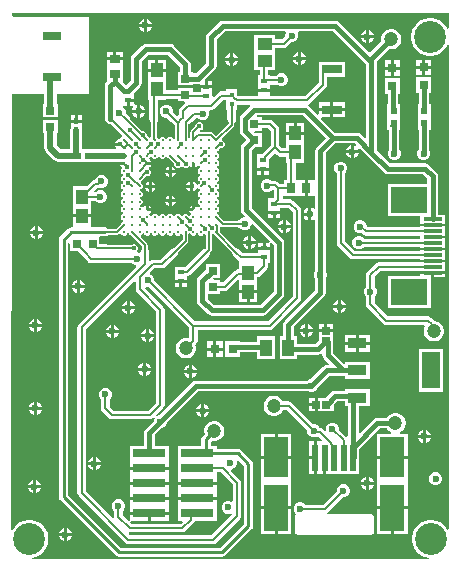
<source format=gtl>
G04*
G04 #@! TF.GenerationSoftware,Altium Limited,Altium Designer,21.6.4 (81)*
G04*
G04 Layer_Physical_Order=1*
G04 Layer_Color=255*
%FSLAX24Y24*%
%MOIN*%
G70*
G04*
G04 #@! TF.SameCoordinates,8E317252-C3AD-47CA-8584-9DD6DEF08156*
G04*
G04*
G04 #@! TF.FilePolarity,Positive*
G04*
G01*
G75*
%ADD13C,0.0050*%
%ADD14C,0.0100*%
%ADD15R,0.0630X0.0315*%
%ADD17R,0.1098X0.0291*%
%ADD18R,0.0197X0.0886*%
%ADD19R,0.0807X0.1575*%
%ADD20R,0.0807X0.1378*%
%ADD21R,0.0315X0.0315*%
%ADD22R,0.0182X0.0218*%
%ADD23R,0.0515X0.0396*%
%ADD24R,0.0276X0.0256*%
%ADD25R,0.0398X0.0476*%
%ADD26R,0.0197X0.0157*%
%ADD27R,0.0259X0.0277*%
%ADD28R,0.0242X0.0225*%
%ADD29R,0.0396X0.0554*%
%ADD30R,0.0236X0.0236*%
%ADD31R,0.0256X0.0276*%
%ADD32R,0.0669X0.0315*%
%ADD33R,0.0315X0.0315*%
%ADD34R,0.0295X0.0335*%
%ADD35C,0.0094*%
%ADD36R,0.0610X0.0354*%
%ADD37R,0.0610X0.1240*%
%ADD38R,0.0335X0.0295*%
%ADD39R,0.0630X0.0120*%
%ADD40R,0.1230X0.0880*%
%ADD41R,0.0177X0.0177*%
%ADD42R,0.0277X0.0259*%
%ADD58C,0.0080*%
%ADD59C,0.0472*%
%ADD60C,0.0150*%
%ADD61C,0.0070*%
%ADD62C,0.0200*%
%ADD63C,0.1063*%
%ADD64C,0.0236*%
%ADD65C,0.0150*%
G36*
X26640Y53804D02*
X26590Y53794D01*
X26580Y53819D01*
X26511Y53923D01*
X26423Y54011D01*
X26319Y54080D01*
X26204Y54127D01*
X26082Y54152D01*
X25958D01*
X25836Y54127D01*
X25721Y54080D01*
X25617Y54011D01*
X25529Y53923D01*
X25460Y53819D01*
X25413Y53704D01*
X25389Y53582D01*
Y53458D01*
X25413Y53336D01*
X25460Y53221D01*
X25529Y53117D01*
X25617Y53029D01*
X25721Y52960D01*
X25836Y52913D01*
X25958Y52888D01*
X26082D01*
X26204Y52913D01*
X26319Y52960D01*
X26423Y53029D01*
X26511Y53117D01*
X26580Y53221D01*
X26590Y53246D01*
X26640Y53236D01*
Y37109D01*
X26590Y37094D01*
X26531Y37183D01*
X26443Y37271D01*
X26339Y37340D01*
X26224Y37387D01*
X26102Y37411D01*
X25978D01*
X25856Y37387D01*
X25741Y37340D01*
X25637Y37271D01*
X25549Y37183D01*
X25480Y37079D01*
X25433Y36964D01*
X25408Y36842D01*
Y36718D01*
X25433Y36596D01*
X25480Y36481D01*
X25549Y36377D01*
X25637Y36289D01*
X25741Y36220D01*
X25856Y36173D01*
X25970Y36150D01*
X25965Y36100D01*
X12735D01*
X12730Y36150D01*
X12844Y36173D01*
X12959Y36220D01*
X13063Y36289D01*
X13151Y36377D01*
X13220Y36481D01*
X13267Y36596D01*
X13291Y36718D01*
Y36842D01*
X13267Y36964D01*
X13220Y37079D01*
X13151Y37183D01*
X13063Y37271D01*
X12959Y37340D01*
X12844Y37387D01*
X12722Y37411D01*
X12598D01*
X12476Y37387D01*
X12361Y37340D01*
X12257Y37271D01*
X12169Y37183D01*
X12100Y37079D01*
X12093Y37062D01*
X12043Y37072D01*
X12074Y51570D01*
X12084Y51616D01*
X12124Y51616D01*
X13156D01*
Y51288D01*
X13122D01*
Y50832D01*
X13598D01*
Y51288D01*
X13564D01*
Y51616D01*
X14643D01*
Y54175D01*
X12129D01*
X12079Y54223D01*
X12079Y54300D01*
X26640Y54300D01*
Y53804D01*
D02*
G37*
%LPC*%
G36*
X16570Y54115D02*
Y53950D01*
X16735D01*
X16705Y54024D01*
X16644Y54085D01*
X16570Y54115D01*
D02*
G37*
G36*
X16470D02*
X16396Y54085D01*
X16335Y54024D01*
X16305Y53950D01*
X16470D01*
Y54115D01*
D02*
G37*
G36*
X16735Y53850D02*
X16570D01*
Y53685D01*
X16644Y53715D01*
X16705Y53776D01*
X16735Y53850D01*
D02*
G37*
G36*
X16470D02*
X16305D01*
X16335Y53776D01*
X16396Y53715D01*
X16470Y53685D01*
Y53850D01*
D02*
G37*
G36*
X23970Y53735D02*
Y53570D01*
X24135D01*
X24105Y53644D01*
X24044Y53705D01*
X23970Y53735D01*
D02*
G37*
G36*
X23870D02*
X23796Y53705D01*
X23735Y53644D01*
X23705Y53570D01*
X23870D01*
Y53735D01*
D02*
G37*
G36*
X24135Y53470D02*
X23970D01*
Y53305D01*
X24044Y53335D01*
X24105Y53396D01*
X24135Y53470D01*
D02*
G37*
G36*
X23870D02*
X23705D01*
X23735Y53396D01*
X23796Y53335D01*
X23870Y53305D01*
Y53470D01*
D02*
G37*
G36*
X15767Y53028D02*
X15550D01*
Y52830D01*
X15767D01*
Y53028D01*
D02*
G37*
G36*
X15450D02*
X15233D01*
Y52830D01*
X15450D01*
Y53028D01*
D02*
G37*
G36*
X26057Y52753D02*
X25850D01*
Y52545D01*
X26057D01*
Y52753D01*
D02*
G37*
G36*
X25750D02*
X25543D01*
Y52545D01*
X25750D01*
Y52753D01*
D02*
G37*
G36*
X25017Y52733D02*
X24810D01*
Y52525D01*
X25017D01*
Y52733D01*
D02*
G37*
G36*
X24710D02*
X24503D01*
Y52525D01*
X24710D01*
Y52733D01*
D02*
G37*
G36*
X22860Y54058D02*
X19100D01*
X19032Y54045D01*
X18974Y54006D01*
X18594Y53626D01*
X18555Y53568D01*
X18542Y53500D01*
Y52634D01*
X18212Y52304D01*
X18098D01*
Y52354D01*
X18038D01*
Y52600D01*
X18038Y52600D01*
X18025Y52668D01*
X17986Y52726D01*
X17986Y52726D01*
X17486Y53226D01*
X17428Y53265D01*
X17360Y53278D01*
X16540D01*
X16472Y53265D01*
X16414Y53226D01*
X16414Y53226D01*
X16094Y52906D01*
X16055Y52848D01*
X16042Y52780D01*
Y52049D01*
X15890Y51897D01*
X15880D01*
X15783Y51995D01*
X15767Y52040D01*
X15767D01*
X15767Y52040D01*
Y52532D01*
Y52730D01*
X15233D01*
Y52532D01*
Y52040D01*
X15233Y52040D01*
X15221Y51995D01*
X15190Y51948D01*
X15176Y51879D01*
Y50790D01*
X15190Y50721D01*
X15228Y50664D01*
X15286Y50625D01*
X15354Y50611D01*
X15389Y50618D01*
X15750Y50258D01*
X15738Y50199D01*
X15733Y50197D01*
X15692Y50155D01*
X15675Y50115D01*
X15645D01*
X15581Y50088D01*
X15532Y50039D01*
X15511Y49990D01*
X15680D01*
Y49890D01*
X15511D01*
X15532Y49841D01*
X15559Y49814D01*
X15538Y49764D01*
X14821D01*
Y49773D01*
X14424D01*
Y50421D01*
X14411Y50486D01*
Y50650D01*
X14220D01*
X14029D01*
Y50486D01*
X14016Y50421D01*
Y49764D01*
X13704D01*
X13564Y49904D01*
Y50301D01*
X13598D01*
Y50756D01*
X13122D01*
Y50301D01*
X13156D01*
Y49820D01*
X13172Y49742D01*
X13216Y49676D01*
X13476Y49416D01*
X13542Y49372D01*
X13620Y49356D01*
X14041D01*
Y49347D01*
X14821D01*
Y49356D01*
X15654D01*
X15655Y49354D01*
X15816D01*
Y49254D01*
X15678D01*
X15692Y49221D01*
X15733Y49179D01*
X15738Y49177D01*
Y49144D01*
X15744Y49128D01*
X15726Y49109D01*
X15709Y49069D01*
Y49027D01*
X15726Y48988D01*
X15756Y48957D01*
X15784Y48946D01*
Y48895D01*
X15756Y48883D01*
X15726Y48853D01*
X15709Y48814D01*
Y48771D01*
X15726Y48732D01*
X15756Y48702D01*
X15766Y48697D01*
X15765Y48695D01*
Y48631D01*
X15756Y48627D01*
X15726Y48597D01*
X15709Y48558D01*
Y48515D01*
X15726Y48476D01*
X15756Y48446D01*
X15784Y48434D01*
Y48383D01*
X15756Y48371D01*
X15726Y48341D01*
X15709Y48302D01*
Y48259D01*
X15726Y48220D01*
X15756Y48190D01*
X15784Y48178D01*
Y48127D01*
X15756Y48115D01*
X15726Y48085D01*
X15709Y48046D01*
Y48003D01*
X15726Y47964D01*
X15756Y47934D01*
X15784Y47922D01*
Y47871D01*
X15756Y47859D01*
X15726Y47829D01*
X15709Y47790D01*
Y47747D01*
X15726Y47708D01*
X15756Y47678D01*
X15784Y47666D01*
Y47615D01*
X15756Y47604D01*
X15726Y47573D01*
X15709Y47534D01*
Y47491D01*
X15726Y47452D01*
X15756Y47422D01*
X15784Y47410D01*
Y47359D01*
X15756Y47348D01*
X15726Y47318D01*
X15715Y47292D01*
X15540Y47117D01*
X15300D01*
X15292Y47128D01*
X15243Y47161D01*
X15184Y47173D01*
X14701D01*
X14699Y47222D01*
X14699Y47223D01*
Y47510D01*
X14400D01*
X14101D01*
Y47223D01*
X14101Y47222D01*
X14099Y47173D01*
X14060D01*
X14002Y47161D01*
X13952Y47128D01*
X13692Y46868D01*
X13659Y46819D01*
X13647Y46760D01*
Y38180D01*
X13659Y38121D01*
X13692Y38072D01*
X15532Y36232D01*
X15581Y36199D01*
X15640Y36187D01*
X19080D01*
X19139Y36199D01*
X19188Y36232D01*
X20068Y37112D01*
X20101Y37161D01*
X20113Y37220D01*
Y39280D01*
X20101Y39339D01*
X20068Y39388D01*
X19708Y39748D01*
X19659Y39781D01*
X19600Y39793D01*
X18909D01*
Y39886D01*
X18700D01*
Y40014D01*
X18747Y40052D01*
X18776Y40044D01*
X18864D01*
X18950Y40067D01*
X19026Y40111D01*
X19089Y40174D01*
X19133Y40250D01*
X19156Y40336D01*
Y40424D01*
X19133Y40510D01*
X19089Y40586D01*
X19026Y40649D01*
X18950Y40693D01*
X18864Y40716D01*
X18776D01*
X18690Y40693D01*
X18614Y40649D01*
X18551Y40586D01*
X18507Y40510D01*
X18484Y40424D01*
Y40336D01*
X18500Y40276D01*
X18439Y40215D01*
X18406Y40165D01*
X18394Y40107D01*
Y39886D01*
X17611D01*
Y39394D01*
X17611D01*
Y39386D01*
X17611D01*
Y38936D01*
X17611Y38894D01*
X17611Y38844D01*
Y38690D01*
X18260D01*
X18909D01*
Y38844D01*
X18909Y38886D01*
X18909Y38936D01*
Y38997D01*
X19041D01*
X19437Y38601D01*
Y38052D01*
X19387Y38024D01*
X19328Y38049D01*
X19241D01*
X19161Y38015D01*
X19100Y37954D01*
X19067Y37874D01*
Y37787D01*
X19100Y37707D01*
X19161Y37646D01*
X19241Y37612D01*
X19328D01*
X19382Y37635D01*
X19411Y37593D01*
X18721Y36903D01*
X16019D01*
X15970Y36952D01*
X15994Y36998D01*
X16000Y36997D01*
X16000Y36997D01*
X17760D01*
X17760Y36997D01*
X17815Y37008D01*
X17861Y37039D01*
X18142Y37320D01*
X18173Y37367D01*
X18179Y37394D01*
X18909D01*
Y37844D01*
X18909Y37886D01*
X18909Y37936D01*
Y38090D01*
X18260D01*
X17611D01*
Y37936D01*
X17611Y37894D01*
X17611Y37844D01*
Y37394D01*
X17747D01*
X17766Y37348D01*
X17701Y37283D01*
X16059D01*
X16002Y37340D01*
X16002Y37351D01*
X16040Y37394D01*
X16054Y37394D01*
X16608D01*
Y37590D01*
X16008D01*
Y37443D01*
X16008Y37426D01*
X15965Y37388D01*
X15954Y37388D01*
X15763Y37579D01*
Y37714D01*
X15805Y37756D01*
X15838Y37837D01*
Y37923D01*
X15805Y38004D01*
X15744Y38065D01*
X15663Y38098D01*
X15577D01*
X15496Y38065D01*
X15435Y38004D01*
X15402Y37923D01*
Y37837D01*
X15435Y37756D01*
X15477Y37714D01*
Y37520D01*
X15477Y37520D01*
X15478Y37514D01*
X15432Y37490D01*
X14543Y38379D01*
Y43771D01*
X16151Y45380D01*
X16198Y45361D01*
Y45100D01*
X16198Y45100D01*
X16209Y45045D01*
X16239Y44999D01*
X16877Y44361D01*
Y41319D01*
X16609Y41051D01*
X15471D01*
X15331Y41191D01*
Y41436D01*
X15373Y41478D01*
X15407Y41558D01*
Y41645D01*
X15373Y41725D01*
X15312Y41786D01*
X15232Y41819D01*
X15145D01*
X15065Y41786D01*
X15004Y41725D01*
X14970Y41645D01*
Y41558D01*
X15004Y41478D01*
X15046Y41436D01*
Y41132D01*
X15046Y41132D01*
X15057Y41077D01*
X15087Y41031D01*
X15311Y40807D01*
X15311Y40807D01*
X15357Y40776D01*
X15412Y40765D01*
X15412Y40765D01*
X16668D01*
X16668Y40765D01*
X16723Y40776D01*
X16769Y40807D01*
X16799Y40837D01*
X16835Y40804D01*
X16802Y40723D01*
Y40714D01*
X16531Y40444D01*
X16493Y40386D01*
X16479Y40318D01*
Y39886D01*
X16008D01*
Y39436D01*
X16008Y39394D01*
X16008Y39344D01*
Y39190D01*
X16658D01*
X17307D01*
Y39344D01*
X17307Y39386D01*
X17307Y39436D01*
Y39886D01*
X16958D01*
X16940Y39889D01*
X16923Y39886D01*
X16836D01*
Y40244D01*
X17054Y40462D01*
X17063D01*
X17144Y40495D01*
X17205Y40556D01*
X17238Y40637D01*
Y40646D01*
X18294Y41702D01*
X21930D01*
X21936Y41695D01*
X22017Y41662D01*
X22103D01*
X22184Y41695D01*
X22245Y41756D01*
X22278Y41837D01*
Y41846D01*
X22654Y42222D01*
X23185D01*
Y42123D01*
X23995D01*
Y42677D01*
X23185D01*
Y42645D01*
X23138Y42626D01*
X22773Y42992D01*
Y43329D01*
X22770Y43346D01*
Y43481D01*
Y43670D01*
X22540D01*
X22310D01*
Y43397D01*
X22191Y43278D01*
X21592D01*
Y43537D01*
X21473D01*
Y43853D01*
X22486Y44866D01*
X22486Y44866D01*
X22525Y44924D01*
X22538Y44992D01*
Y45450D01*
X22545Y45456D01*
X22578Y45537D01*
Y45623D01*
X22545Y45704D01*
X22538Y45710D01*
Y49646D01*
X22854Y49962D01*
X23506D01*
X23552Y49915D01*
X23524Y49873D01*
X23470Y49895D01*
Y49730D01*
X23635D01*
X23613Y49784D01*
X23655Y49812D01*
X23934Y49534D01*
X23934Y49534D01*
X24474Y48994D01*
X24474Y48994D01*
X24532Y48955D01*
X24600Y48942D01*
X25786D01*
X25922Y48806D01*
Y48619D01*
X24605D01*
Y47540D01*
X25685D01*
Y47271D01*
X26024D01*
X26032Y47266D01*
X26100Y47253D01*
X26168Y47266D01*
X26176Y47271D01*
X26515D01*
Y47271D01*
Y47591D01*
X26278D01*
Y48880D01*
X26265Y48948D01*
X26226Y49006D01*
X26226Y49006D01*
X25986Y49246D01*
X25928Y49285D01*
X25860Y49298D01*
X24674D01*
X24238Y49734D01*
Y52680D01*
Y52706D01*
X24644Y53112D01*
X24676Y53104D01*
X24764D01*
X24850Y53127D01*
X24926Y53171D01*
X24989Y53234D01*
X25033Y53310D01*
X25056Y53396D01*
Y53484D01*
X25033Y53570D01*
X24989Y53646D01*
X24926Y53709D01*
X24850Y53753D01*
X24764Y53776D01*
X24676D01*
X24590Y53753D01*
X24514Y53709D01*
X24451Y53646D01*
X24407Y53570D01*
X24384Y53484D01*
Y53396D01*
X24392Y53364D01*
X24010Y52982D01*
X22986Y54006D01*
X22928Y54045D01*
X22860Y54058D01*
D02*
G37*
G36*
X26057Y52445D02*
X25850D01*
Y52238D01*
X26057D01*
Y52445D01*
D02*
G37*
G36*
X25750D02*
X25543D01*
Y52238D01*
X25750D01*
Y52445D01*
D02*
G37*
G36*
X25017Y52425D02*
X24810D01*
Y52218D01*
X25017D01*
Y52425D01*
D02*
G37*
G36*
X24710D02*
X24503D01*
Y52218D01*
X24710D01*
Y52425D01*
D02*
G37*
G36*
X14411Y50909D02*
X14270D01*
Y50750D01*
X14411D01*
Y50909D01*
D02*
G37*
G36*
X14170D02*
X14029D01*
Y50750D01*
X14170D01*
Y50909D01*
D02*
G37*
G36*
X23370Y49895D02*
X23296Y49865D01*
X23235Y49804D01*
X23205Y49730D01*
X23370D01*
Y49895D01*
D02*
G37*
G36*
X23635Y49630D02*
X23470D01*
Y49465D01*
X23544Y49495D01*
X23605Y49556D01*
X23635Y49630D01*
D02*
G37*
G36*
X23370D02*
X23205D01*
X23235Y49556D01*
X23296Y49495D01*
X23370Y49465D01*
Y49630D01*
D02*
G37*
G36*
X26057Y52162D02*
X25543D01*
Y51647D01*
X25632D01*
Y51265D01*
X25602D01*
Y50829D01*
Y50415D01*
X25632D01*
Y49760D01*
X25615Y49744D01*
X25582Y49663D01*
Y49577D01*
X25615Y49496D01*
X25676Y49435D01*
X25757Y49402D01*
X25843D01*
X25924Y49435D01*
X25985Y49496D01*
X26018Y49577D01*
Y49663D01*
X25988Y49735D01*
Y50415D01*
X26038D01*
Y50829D01*
Y51265D01*
X25988D01*
Y51647D01*
X26057D01*
Y52162D01*
D02*
G37*
G36*
X25017Y52142D02*
X24503D01*
Y51627D01*
X24602D01*
Y51265D01*
X24582D01*
Y50829D01*
Y50602D01*
X24582Y50601D01*
X24571Y50547D01*
X24582Y50492D01*
X24582Y50491D01*
Y50415D01*
X24632D01*
Y49735D01*
X24602Y49663D01*
Y49577D01*
X24635Y49496D01*
X24696Y49435D01*
X24777Y49402D01*
X24863D01*
X24944Y49435D01*
X25005Y49496D01*
X25038Y49577D01*
Y49663D01*
X25005Y49744D01*
X24988Y49760D01*
Y50415D01*
X25018D01*
Y50829D01*
Y51265D01*
X24958D01*
Y51627D01*
X25017D01*
Y52142D01*
D02*
G37*
G36*
X15103Y48918D02*
X15017D01*
X14936Y48885D01*
X14875Y48824D01*
X14852Y48768D01*
X14803Y48759D01*
X14757Y48728D01*
X14757Y48728D01*
X14562Y48532D01*
X14559D01*
X14559Y48532D01*
X14545Y48529D01*
X14101D01*
Y47854D01*
Y47610D01*
X14400D01*
X14699D01*
Y47854D01*
Y48037D01*
X14854D01*
X14896Y47995D01*
X14977Y47962D01*
X15063D01*
X15144Y47995D01*
X15205Y48056D01*
X15238Y48137D01*
Y48223D01*
X15205Y48304D01*
X15144Y48365D01*
X15063Y48398D01*
X14977D01*
X14896Y48365D01*
X14868Y48336D01*
X14843Y48339D01*
X14825Y48392D01*
X14917Y48484D01*
X14944D01*
X14944Y48484D01*
X14990Y48493D01*
X15017Y48482D01*
X15103D01*
X15184Y48515D01*
X15245Y48576D01*
X15278Y48657D01*
Y48743D01*
X15245Y48824D01*
X15184Y48885D01*
X15103Y48918D01*
D02*
G37*
G36*
X12940Y47205D02*
Y47040D01*
X13105D01*
X13075Y47114D01*
X13014Y47175D01*
X12940Y47205D01*
D02*
G37*
G36*
X12840D02*
X12766Y47175D01*
X12705Y47114D01*
X12675Y47040D01*
X12840D01*
Y47205D01*
D02*
G37*
G36*
X23723Y47398D02*
X23637D01*
X23556Y47365D01*
X23495Y47304D01*
X23462Y47223D01*
Y47137D01*
X23495Y47056D01*
X23556Y46995D01*
X23637Y46962D01*
X23723D01*
X23734Y46966D01*
X23764Y46936D01*
X23764Y46936D01*
X23811Y46905D01*
X23865Y46894D01*
X23865Y46894D01*
X25685D01*
Y46794D01*
X23814D01*
X23764Y46845D01*
X23683Y46878D01*
X23597D01*
X23516Y46845D01*
X23455Y46784D01*
X23422Y46703D01*
Y46617D01*
X23455Y46536D01*
X23516Y46475D01*
X23597Y46442D01*
X23683D01*
X23764Y46475D01*
X23797Y46509D01*
X25685D01*
Y46483D01*
X26515D01*
Y46483D01*
Y46803D01*
X26100D01*
Y46877D01*
X26515D01*
Y46877D01*
Y47197D01*
X25685D01*
Y47180D01*
X23924D01*
X23898Y47206D01*
Y47223D01*
X23865Y47304D01*
X23804Y47365D01*
X23723Y47398D01*
D02*
G37*
G36*
X13105Y46940D02*
X12940D01*
Y46775D01*
X13014Y46805D01*
X13075Y46866D01*
X13105Y46940D01*
D02*
G37*
G36*
X12840D02*
X12675D01*
X12705Y46866D01*
X12766Y46805D01*
X12840Y46775D01*
Y46940D01*
D02*
G37*
G36*
X23083Y49358D02*
X22997D01*
X22916Y49325D01*
X22855Y49264D01*
X22822Y49183D01*
Y49097D01*
X22855Y49016D01*
X22897Y48974D01*
Y46640D01*
X22897Y46640D01*
X22908Y46585D01*
X22939Y46539D01*
X23330Y46148D01*
X23330Y46148D01*
X23376Y46117D01*
X23431Y46106D01*
X23431Y46106D01*
X25685D01*
Y46089D01*
X26515D01*
Y46089D01*
Y46409D01*
X25685D01*
Y46392D01*
X23490D01*
X23183Y46699D01*
Y48974D01*
X23225Y49016D01*
X23258Y49097D01*
Y49183D01*
X23225Y49264D01*
X23164Y49325D01*
X23083Y49358D01*
D02*
G37*
G36*
X26515Y46015D02*
X25685D01*
Y45998D01*
X24295D01*
X24295Y45998D01*
X24240Y45987D01*
X24194Y45956D01*
X24194Y45956D01*
X23919Y45681D01*
X23888Y45635D01*
X23877Y45580D01*
X23877Y45580D01*
Y45186D01*
X23835Y45144D01*
X23802Y45063D01*
Y44977D01*
X23835Y44896D01*
X23877Y44854D01*
Y44600D01*
X23877Y44600D01*
X23888Y44545D01*
X23919Y44499D01*
X24459Y43959D01*
X24459Y43959D01*
X24505Y43928D01*
X24560Y43917D01*
X25817D01*
X25845Y43867D01*
X25827Y43835D01*
X25804Y43749D01*
Y43661D01*
X25827Y43575D01*
X25871Y43499D01*
X25934Y43436D01*
X26010Y43392D01*
X26096Y43369D01*
X26184D01*
X26270Y43392D01*
X26346Y43436D01*
X26409Y43499D01*
X26453Y43575D01*
X26476Y43661D01*
Y43749D01*
X26453Y43835D01*
X26409Y43911D01*
X26346Y43974D01*
X26270Y44018D01*
X26184Y44041D01*
X26176D01*
X26166Y44056D01*
X26166Y44056D01*
X26061Y44161D01*
X26015Y44192D01*
X25960Y44203D01*
X25960Y44203D01*
X24619D01*
X24163Y44659D01*
Y44854D01*
X24205Y44896D01*
X24238Y44977D01*
Y45063D01*
X24205Y45144D01*
X24163Y45186D01*
Y45521D01*
X24354Y45712D01*
X25685D01*
Y45695D01*
X26515D01*
Y45695D01*
Y46015D01*
D02*
G37*
G36*
Y45608D02*
X26150D01*
Y45498D01*
X26515D01*
Y45608D01*
D02*
G37*
G36*
X23046Y44730D02*
Y44565D01*
X23212D01*
X23181Y44639D01*
X23120Y44700D01*
X23046Y44730D01*
D02*
G37*
G36*
X22946D02*
X22873Y44700D01*
X22812Y44639D01*
X22781Y44565D01*
X22946D01*
Y44730D01*
D02*
G37*
G36*
X16010Y44695D02*
Y44530D01*
X16175D01*
X16145Y44604D01*
X16084Y44665D01*
X16010Y44695D01*
D02*
G37*
G36*
X15910D02*
X15836Y44665D01*
X15775Y44604D01*
X15745Y44530D01*
X15910D01*
Y44695D01*
D02*
G37*
G36*
X26050Y45608D02*
X25685D01*
Y45550D01*
X24605D01*
Y44469D01*
X26035D01*
Y45498D01*
X26050D01*
Y45608D01*
D02*
G37*
G36*
X23212Y44465D02*
X23046D01*
Y44300D01*
X23120Y44330D01*
X23181Y44392D01*
X23212Y44465D01*
D02*
G37*
G36*
X22946D02*
X22781D01*
X22812Y44392D01*
X22873Y44330D01*
X22946Y44300D01*
Y44465D01*
D02*
G37*
G36*
X16175Y44430D02*
X16010D01*
Y44265D01*
X16084Y44295D01*
X16145Y44356D01*
X16175Y44430D01*
D02*
G37*
G36*
X15910D02*
X15745D01*
X15775Y44356D01*
X15836Y44295D01*
X15910Y44265D01*
Y44430D01*
D02*
G37*
G36*
X12910Y44115D02*
Y43950D01*
X13075D01*
X13045Y44024D01*
X12984Y44085D01*
X12910Y44115D01*
D02*
G37*
G36*
X12810D02*
X12736Y44085D01*
X12675Y44024D01*
X12645Y43950D01*
X12810D01*
Y44115D01*
D02*
G37*
G36*
X22770Y43959D02*
X22590D01*
Y43770D01*
X22770D01*
Y43959D01*
D02*
G37*
G36*
X21930Y43935D02*
Y43770D01*
X22095D01*
X22065Y43844D01*
X22004Y43905D01*
X21930Y43935D01*
D02*
G37*
G36*
X21830D02*
X21756Y43905D01*
X21695Y43844D01*
X21665Y43770D01*
X21830D01*
Y43935D01*
D02*
G37*
G36*
X22490Y43959D02*
X22310D01*
Y43770D01*
X22490D01*
Y43959D01*
D02*
G37*
G36*
X15470Y43915D02*
Y43750D01*
X15635D01*
X15605Y43824D01*
X15544Y43885D01*
X15470Y43915D01*
D02*
G37*
G36*
X15370D02*
X15296Y43885D01*
X15235Y43824D01*
X15205Y43750D01*
X15370D01*
Y43915D01*
D02*
G37*
G36*
X13075Y43850D02*
X12910D01*
Y43685D01*
X12984Y43715D01*
X13045Y43776D01*
X13075Y43850D01*
D02*
G37*
G36*
X12810D02*
X12645D01*
X12675Y43776D01*
X12736Y43715D01*
X12810Y43685D01*
Y43850D01*
D02*
G37*
G36*
X16650Y43775D02*
Y43610D01*
X16815D01*
X16785Y43684D01*
X16724Y43745D01*
X16650Y43775D01*
D02*
G37*
G36*
X16550D02*
X16476Y43745D01*
X16415Y43684D01*
X16385Y43610D01*
X16550D01*
Y43775D01*
D02*
G37*
G36*
X22095Y43670D02*
X21930D01*
Y43505D01*
X22004Y43535D01*
X22065Y43596D01*
X22095Y43670D01*
D02*
G37*
G36*
X21830D02*
X21665D01*
X21695Y43596D01*
X21756Y43535D01*
X21830Y43505D01*
Y43670D01*
D02*
G37*
G36*
X15635Y43650D02*
X15470D01*
Y43485D01*
X15544Y43515D01*
X15605Y43576D01*
X15635Y43650D01*
D02*
G37*
G36*
X15370D02*
X15205D01*
X15235Y43576D01*
X15296Y43515D01*
X15370Y43485D01*
Y43650D01*
D02*
G37*
G36*
X23995Y43583D02*
X23640D01*
Y43356D01*
X23995D01*
Y43583D01*
D02*
G37*
G36*
X23540D02*
X23185D01*
Y43356D01*
X23540D01*
Y43583D01*
D02*
G37*
G36*
X16815Y43510D02*
X16650D01*
Y43345D01*
X16724Y43375D01*
X16785Y43436D01*
X16815Y43510D01*
D02*
G37*
G36*
X16550D02*
X16385D01*
X16415Y43436D01*
X16476Y43375D01*
X16550Y43345D01*
Y43510D01*
D02*
G37*
G36*
X23995Y43256D02*
X23640D01*
Y43028D01*
X23995D01*
Y43256D01*
D02*
G37*
G36*
X23540D02*
X23185D01*
Y43028D01*
X23540D01*
Y43256D01*
D02*
G37*
G36*
X16550Y42655D02*
Y42490D01*
X16715D01*
X16685Y42564D01*
X16624Y42625D01*
X16550Y42655D01*
D02*
G37*
G36*
X16450D02*
X16376Y42625D01*
X16315Y42564D01*
X16285Y42490D01*
X16450D01*
Y42655D01*
D02*
G37*
G36*
X16715Y42390D02*
X16550D01*
Y42225D01*
X16624Y42255D01*
X16685Y42316D01*
X16715Y42390D01*
D02*
G37*
G36*
X16450D02*
X16285D01*
X16315Y42316D01*
X16376Y42255D01*
X16450Y42225D01*
Y42390D01*
D02*
G37*
G36*
X23995Y41772D02*
X23185D01*
Y41718D01*
X22849D01*
X22849Y41718D01*
X22781Y41705D01*
X22723Y41666D01*
X22546Y41490D01*
X22274D01*
Y41260D01*
Y41030D01*
X22799D01*
Y41237D01*
X22923Y41362D01*
X23185D01*
Y41217D01*
X23273D01*
Y40200D01*
X23223Y40179D01*
X22978Y40424D01*
Y40483D01*
X22945Y40564D01*
X22884Y40625D01*
X22803Y40658D01*
X22717D01*
X22636Y40625D01*
X22575Y40564D01*
X22542Y40483D01*
Y40410D01*
X22503Y40387D01*
X22496Y40385D01*
X22430Y40451D01*
X22383Y40482D01*
X22329Y40493D01*
X22325Y40504D01*
X22264Y40565D01*
X22183Y40598D01*
X22124D01*
X21401Y41321D01*
X21355Y41352D01*
X21300Y41363D01*
X21300Y41363D01*
X21106D01*
X21069Y41426D01*
X21006Y41489D01*
X20930Y41533D01*
X20844Y41556D01*
X20756D01*
X20670Y41533D01*
X20594Y41489D01*
X20531Y41426D01*
X20487Y41350D01*
X20464Y41264D01*
Y41176D01*
X20487Y41090D01*
X20531Y41014D01*
X20594Y40951D01*
X20670Y40907D01*
X20756Y40884D01*
X20844D01*
X20930Y40907D01*
X21006Y40951D01*
X21069Y41014D01*
X21106Y41077D01*
X21241D01*
X21922Y40396D01*
Y40337D01*
X21955Y40256D01*
X22016Y40195D01*
X22097Y40162D01*
X22183D01*
X22264Y40195D01*
X22273Y40204D01*
X22398Y40079D01*
X22379Y40033D01*
X22241D01*
Y39490D01*
Y38947D01*
X22456D01*
Y39490D01*
X22556D01*
Y38947D01*
X23649D01*
Y39496D01*
X23653Y39514D01*
X23653Y39514D01*
Y39784D01*
X24330Y40462D01*
X24575D01*
X24591Y40434D01*
X24654Y40371D01*
X24709Y40339D01*
X24696Y40289D01*
X24256D01*
Y39550D01*
X24760D01*
X25264D01*
Y40289D01*
X25024D01*
X25011Y40339D01*
X25066Y40371D01*
X25129Y40434D01*
X25173Y40510D01*
X25196Y40596D01*
Y40684D01*
X25173Y40770D01*
X25129Y40846D01*
X25066Y40909D01*
X24990Y40953D01*
X24904Y40976D01*
X24816D01*
X24730Y40953D01*
X24654Y40909D01*
X24591Y40846D01*
X24575Y40818D01*
X24256D01*
X24256Y40818D01*
X24188Y40805D01*
X24130Y40766D01*
X24130Y40766D01*
X23676Y40312D01*
X23629Y40331D01*
Y41217D01*
X23995D01*
Y41772D01*
D02*
G37*
G36*
X26455Y43120D02*
X25645D01*
Y41680D01*
X26455D01*
Y43120D01*
D02*
G37*
G36*
X22174Y41490D02*
X21985D01*
Y41310D01*
X22174D01*
Y41490D01*
D02*
G37*
G36*
X12910Y41355D02*
Y41190D01*
X13075D01*
X13045Y41264D01*
X12984Y41325D01*
X12910Y41355D01*
D02*
G37*
G36*
X12810D02*
X12736Y41325D01*
X12675Y41264D01*
X12645Y41190D01*
X12810D01*
Y41355D01*
D02*
G37*
G36*
X18490Y41275D02*
Y41110D01*
X18655D01*
X18625Y41184D01*
X18564Y41245D01*
X18490Y41275D01*
D02*
G37*
G36*
X18390D02*
X18316Y41245D01*
X18255Y41184D01*
X18225Y41110D01*
X18390D01*
Y41275D01*
D02*
G37*
G36*
X22174Y41210D02*
X21985D01*
Y41030D01*
X22174D01*
Y41210D01*
D02*
G37*
G36*
X13075Y41090D02*
X12910D01*
Y40925D01*
X12984Y40955D01*
X13045Y41016D01*
X13075Y41090D01*
D02*
G37*
G36*
X12810D02*
X12645D01*
X12675Y41016D01*
X12736Y40955D01*
X12810Y40925D01*
Y41090D01*
D02*
G37*
G36*
X18655Y41010D02*
X18490D01*
Y40845D01*
X18564Y40875D01*
X18625Y40936D01*
X18655Y41010D01*
D02*
G37*
G36*
X18390D02*
X18225D01*
X18255Y40936D01*
X18316Y40875D01*
X18390Y40845D01*
Y41010D01*
D02*
G37*
G36*
X25866Y40420D02*
Y40255D01*
X26032D01*
X26001Y40328D01*
X25940Y40390D01*
X25866Y40420D01*
D02*
G37*
G36*
X25766D02*
X25693Y40390D01*
X25632Y40328D01*
X25601Y40255D01*
X25766D01*
Y40420D01*
D02*
G37*
G36*
X26032Y40155D02*
X25866D01*
Y39990D01*
X25940Y40020D01*
X26001Y40081D01*
X26032Y40155D01*
D02*
G37*
G36*
X25766D02*
X25601D01*
X25632Y40081D01*
X25693Y40020D01*
X25766Y39990D01*
Y40155D01*
D02*
G37*
G36*
X21386Y40289D02*
X20932D01*
Y39550D01*
X21386D01*
Y40289D01*
D02*
G37*
G36*
X20832D02*
X20379D01*
Y39550D01*
X20832D01*
Y40289D01*
D02*
G37*
G36*
X22141Y40033D02*
X21993D01*
Y39540D01*
X22141D01*
Y40033D01*
D02*
G37*
G36*
X14870Y39495D02*
Y39330D01*
X15035D01*
X15005Y39404D01*
X14944Y39465D01*
X14870Y39495D01*
D02*
G37*
G36*
X14770D02*
X14696Y39465D01*
X14635Y39404D01*
X14605Y39330D01*
X14770D01*
Y39495D01*
D02*
G37*
G36*
X15035Y39230D02*
X14870D01*
Y39065D01*
X14944Y39095D01*
X15005Y39156D01*
X15035Y39230D01*
D02*
G37*
G36*
X14770D02*
X14605D01*
X14635Y39156D01*
X14696Y39095D01*
X14770Y39065D01*
Y39230D01*
D02*
G37*
G36*
X22141Y39440D02*
X21993D01*
Y38947D01*
X22141D01*
Y39440D01*
D02*
G37*
G36*
X23970Y38855D02*
Y38690D01*
X24135D01*
X24105Y38764D01*
X24044Y38825D01*
X23970Y38855D01*
D02*
G37*
G36*
X23870D02*
X23796Y38825D01*
X23735Y38764D01*
X23705Y38690D01*
X23870D01*
Y38855D01*
D02*
G37*
G36*
X17307Y39090D02*
X16658D01*
X16008D01*
Y38936D01*
X16008Y38894D01*
X16008Y38844D01*
Y38690D01*
X16658D01*
X17307D01*
Y38844D01*
X17307Y38886D01*
X17307Y38936D01*
Y39090D01*
D02*
G37*
G36*
X12870Y38735D02*
Y38570D01*
X13035D01*
X13005Y38644D01*
X12944Y38705D01*
X12870Y38735D01*
D02*
G37*
G36*
X12770D02*
X12696Y38705D01*
X12635Y38644D01*
X12605Y38570D01*
X12770D01*
Y38735D01*
D02*
G37*
G36*
X26243Y38998D02*
X26157D01*
X26076Y38965D01*
X26015Y38904D01*
X25982Y38823D01*
Y38737D01*
X26015Y38656D01*
X26076Y38595D01*
X26157Y38562D01*
X26243D01*
X26324Y38595D01*
X26385Y38656D01*
X26418Y38737D01*
Y38823D01*
X26385Y38904D01*
X26324Y38965D01*
X26243Y38998D01*
D02*
G37*
G36*
X24135Y38590D02*
X23970D01*
Y38425D01*
X24044Y38455D01*
X24105Y38516D01*
X24135Y38590D01*
D02*
G37*
G36*
X23870D02*
X23705D01*
X23735Y38516D01*
X23796Y38455D01*
X23870Y38425D01*
Y38590D01*
D02*
G37*
G36*
X13035Y38470D02*
X12870D01*
Y38305D01*
X12944Y38335D01*
X13005Y38396D01*
X13035Y38470D01*
D02*
G37*
G36*
X12770D02*
X12605D01*
X12635Y38396D01*
X12696Y38335D01*
X12770Y38305D01*
Y38470D01*
D02*
G37*
G36*
X18909Y38590D02*
X18260D01*
X17611D01*
Y38436D01*
X17611Y38394D01*
X17611Y38344D01*
Y38190D01*
X18260D01*
X18909D01*
Y38344D01*
X18909Y38386D01*
X18909Y38436D01*
Y38590D01*
D02*
G37*
G36*
X17307D02*
X16658D01*
X16008D01*
Y38436D01*
X16008Y38394D01*
X16008Y38344D01*
Y38190D01*
X16658D01*
X17307D01*
Y38344D01*
X17307Y38386D01*
X17307Y38436D01*
Y38590D01*
D02*
G37*
G36*
X23163Y38598D02*
X23077D01*
X22996Y38565D01*
X22935Y38504D01*
X22902Y38423D01*
Y38364D01*
X22461Y37923D01*
X21846D01*
X21804Y37965D01*
X21723Y37998D01*
X21637D01*
X21556Y37965D01*
X21495Y37904D01*
X21462Y37823D01*
Y37737D01*
X21495Y37656D01*
X21522Y37630D01*
X21528Y37574D01*
X21522Y37564D01*
X21506Y37541D01*
X21499Y37502D01*
Y37030D01*
X21506Y36991D01*
X21528Y36957D01*
X21562Y36935D01*
X21601Y36928D01*
X24042D01*
X24081Y36935D01*
X24114Y36957D01*
X24136Y36991D01*
X24143Y37030D01*
Y37502D01*
X24136Y37541D01*
X24114Y37574D01*
X24081Y37596D01*
X24042Y37604D01*
X22592D01*
X22588Y37613D01*
X22583Y37654D01*
X22621Y37679D01*
X23104Y38162D01*
X23163D01*
X23244Y38195D01*
X23305Y38256D01*
X23338Y38337D01*
Y38423D01*
X23305Y38504D01*
X23244Y38565D01*
X23163Y38598D01*
D02*
G37*
G36*
X21386Y39450D02*
X20379D01*
Y38711D01*
Y37877D01*
X21386D01*
Y38711D01*
Y39450D01*
D02*
G37*
G36*
X25264D02*
X24760D01*
X24256D01*
Y38711D01*
Y37877D01*
X24760D01*
X25264D01*
Y38711D01*
Y39450D01*
D02*
G37*
G36*
X17307Y38090D02*
X16658D01*
X16008D01*
Y37936D01*
X16008Y37894D01*
X16008Y37844D01*
Y37690D01*
X16658D01*
X17307D01*
Y37844D01*
X17307Y37886D01*
X17307Y37936D01*
Y38090D01*
D02*
G37*
G36*
Y37590D02*
X16708D01*
Y37394D01*
X17307D01*
Y37590D01*
D02*
G37*
G36*
X13910Y37135D02*
Y36970D01*
X14075D01*
X14045Y37044D01*
X13984Y37105D01*
X13910Y37135D01*
D02*
G37*
G36*
X13810D02*
X13736Y37105D01*
X13675Y37044D01*
X13645Y36970D01*
X13810D01*
Y37135D01*
D02*
G37*
G36*
X25264Y37777D02*
X24810D01*
Y36939D01*
X25264D01*
Y37777D01*
D02*
G37*
G36*
X24710D02*
X24256D01*
Y36939D01*
X24710D01*
Y37777D01*
D02*
G37*
G36*
X21386D02*
X20932D01*
Y36939D01*
X21386D01*
Y37777D01*
D02*
G37*
G36*
X20832D02*
X20379D01*
Y36939D01*
X20832D01*
Y37777D01*
D02*
G37*
G36*
X14075Y36870D02*
X13910D01*
Y36705D01*
X13984Y36735D01*
X14045Y36796D01*
X14075Y36870D01*
D02*
G37*
G36*
X13810D02*
X13645D01*
X13675Y36796D01*
X13736Y36735D01*
X13810Y36705D01*
Y36870D01*
D02*
G37*
%LPD*%
G36*
X23882Y52606D02*
Y50156D01*
X23835Y50137D01*
X23706Y50266D01*
X23648Y50305D01*
X23580Y50318D01*
X22854D01*
X22385Y50787D01*
X22404Y50833D01*
X22690D01*
Y51041D01*
X22305D01*
Y50932D01*
X22259Y50913D01*
X21966Y51206D01*
X21955Y51213D01*
X21966Y51266D01*
X21975Y51268D01*
X22021Y51299D01*
X22546Y51824D01*
X22546Y51824D01*
X22577Y51871D01*
X22588Y51925D01*
X22588Y51925D01*
Y52172D01*
X23175D01*
Y52687D01*
X22305D01*
Y52326D01*
X22303Y52312D01*
X22303Y52312D01*
Y51984D01*
X21861Y51543D01*
X20720D01*
X20678Y51564D01*
Y51693D01*
X20480D01*
X20282D01*
Y51564D01*
X20240Y51543D01*
X19640D01*
X19631Y51552D01*
X19620Y51559D01*
X19589Y51591D01*
Y51766D01*
X19211D01*
Y51700D01*
X19037D01*
X19037Y51700D01*
X18983Y51689D01*
X18937Y51658D01*
X18805Y51526D01*
X18758Y51546D01*
Y51807D01*
X18560D01*
X18362D01*
Y51685D01*
X18098D01*
Y51822D01*
X17622D01*
Y51737D01*
X17199D01*
Y52058D01*
Y52346D01*
X16900D01*
X16601D01*
Y52058D01*
Y51426D01*
X16657D01*
Y50768D01*
X16668Y50714D01*
X16699Y50667D01*
X16703Y50664D01*
Y50175D01*
X16653Y50154D01*
X16645Y50163D01*
X16631Y50168D01*
X16575Y50225D01*
Y50267D01*
X16554Y50316D01*
X16516Y50354D01*
X16467Y50375D01*
X16414D01*
X16026Y50763D01*
X16027Y50768D01*
X16016Y50823D01*
X15985Y50869D01*
X15866Y50988D01*
Y51036D01*
X15832Y51116D01*
X15777Y51171D01*
X15782Y51200D01*
X15793Y51221D01*
X15910D01*
Y51400D01*
X15960D01*
Y51450D01*
X16158D01*
Y51661D01*
X16346Y51849D01*
X16346Y51849D01*
X16385Y51907D01*
X16398Y51975D01*
X16398Y51975D01*
Y52706D01*
X16614Y52922D01*
X17286D01*
X17682Y52526D01*
Y52354D01*
X17622D01*
Y51898D01*
X18098D01*
Y51947D01*
X18286D01*
X18312Y51952D01*
X18362Y51911D01*
Y51907D01*
X18510D01*
Y52046D01*
X18495Y52082D01*
X18846Y52434D01*
X18885Y52492D01*
X18898Y52560D01*
Y53426D01*
X19174Y53702D01*
X21168D01*
X21202Y53652D01*
X21182Y53603D01*
Y53544D01*
X21073Y53434D01*
X20858D01*
Y53590D01*
X20142D01*
Y52994D01*
Y52422D01*
X20337D01*
Y52236D01*
X20282D01*
Y51879D01*
Y51793D01*
X20480D01*
X20678D01*
Y51926D01*
X20906D01*
X20936Y51895D01*
X21017Y51862D01*
X21103D01*
X21184Y51895D01*
X21245Y51956D01*
X21278Y52037D01*
Y52123D01*
X21245Y52204D01*
X21184Y52265D01*
X21103Y52298D01*
X21017D01*
X20936Y52265D01*
X20883Y52211D01*
X20678D01*
Y52236D01*
X20623D01*
Y52422D01*
X20858D01*
Y52994D01*
Y53149D01*
X21132D01*
X21132Y53149D01*
X21186Y53160D01*
X21233Y53191D01*
X21384Y53342D01*
X21443D01*
X21524Y53375D01*
X21585Y53436D01*
X21618Y53517D01*
Y53603D01*
X21598Y53652D01*
X21632Y53702D01*
X22786D01*
X23882Y52606D01*
D02*
G37*
G36*
X19211Y51074D02*
X19257D01*
Y50768D01*
X19268Y50714D01*
X19299Y50667D01*
X19302Y50666D01*
X19305Y50612D01*
X18894Y50201D01*
X18787Y50308D01*
X18756Y50329D01*
X18719Y50337D01*
X18380D01*
X18344Y50387D01*
X18347Y50396D01*
X18396Y50416D01*
X18434Y50454D01*
X18455Y50503D01*
Y50557D01*
X18434Y50606D01*
X18396Y50644D01*
X18347Y50665D01*
X18293D01*
X18244Y50644D01*
X18206Y50606D01*
X18185Y50557D01*
Y50532D01*
X18051Y50398D01*
X18030Y50367D01*
X18023Y50330D01*
Y50158D01*
X17973Y50138D01*
X17960Y50151D01*
Y50623D01*
X17963Y50625D01*
X18018Y50636D01*
X18064Y50667D01*
X18214Y50817D01*
X18276D01*
X18318Y50775D01*
X18398Y50742D01*
X18485D01*
X18565Y50775D01*
X18627Y50836D01*
X18660Y50917D01*
Y51003D01*
X18647Y51034D01*
X18675Y51075D01*
X18688Y51075D01*
X18706Y51074D01*
X18711Y51075D01*
X18711Y51079D01*
X18754Y51087D01*
X18800Y51118D01*
X19097Y51415D01*
X19211D01*
Y51074D01*
D02*
G37*
G36*
X17622Y51366D02*
X17827D01*
X17843Y51328D01*
X17844Y51316D01*
X17677Y51149D01*
X17646Y51103D01*
X17635Y51048D01*
X17635Y51048D01*
Y50908D01*
X17591Y50881D01*
X17575Y50887D01*
X17438Y51024D01*
Y51083D01*
X17405Y51164D01*
X17344Y51225D01*
X17263Y51258D01*
X17177D01*
X17096Y51225D01*
X17035Y51164D01*
X17002Y51083D01*
Y50997D01*
X17035Y50916D01*
X17096Y50855D01*
X17177Y50822D01*
X17236D01*
X17391Y50667D01*
X17437Y50636D01*
X17492Y50625D01*
X17511Y50580D01*
Y50118D01*
X17505Y50104D01*
X17454D01*
X17443Y50132D01*
X17412Y50163D01*
X17373Y50179D01*
X17331D01*
X17291Y50163D01*
X17261Y50132D01*
X17249Y50104D01*
X17199D01*
X17187Y50132D01*
X17157Y50163D01*
X17117Y50179D01*
X17075D01*
X17035Y50163D01*
X17005Y50132D01*
X16993Y50104D01*
X16943D01*
X16931Y50132D01*
X16901Y50163D01*
X16897Y50164D01*
Y50664D01*
X16901Y50667D01*
X16932Y50714D01*
X16943Y50768D01*
Y51426D01*
X17199D01*
Y51452D01*
X17622D01*
Y51366D01*
D02*
G37*
G36*
X17261Y49499D02*
X17291Y49469D01*
X17306Y49463D01*
X17485Y49284D01*
Y49253D01*
X17506Y49204D01*
X17544Y49166D01*
X17593Y49145D01*
X17647D01*
X17696Y49166D01*
X17718Y49188D01*
X17750Y49198D01*
X17782Y49188D01*
X17803Y49166D01*
X17853Y49145D01*
X17906D01*
X17956Y49166D01*
X17994Y49204D01*
X18009Y49207D01*
X18036Y49179D01*
X18070Y49165D01*
Y49304D01*
X18170D01*
Y49165D01*
X18203Y49179D01*
X18243Y49220D01*
X18245Y49221D01*
X18301Y49227D01*
X18315Y49213D01*
X18343Y49201D01*
Y49151D01*
X18315Y49139D01*
X18285Y49109D01*
X18268Y49069D01*
Y49027D01*
X18285Y48988D01*
X18315Y48957D01*
X18343Y48946D01*
Y48895D01*
X18315Y48883D01*
X18285Y48853D01*
X18268Y48814D01*
Y48771D01*
X18285Y48732D01*
X18315Y48702D01*
X18330Y48695D01*
X18340Y48639D01*
X18337Y48636D01*
X18315Y48627D01*
X18285Y48597D01*
X18282Y48591D01*
X18228D01*
X18210Y48635D01*
X18161Y48684D01*
X18112Y48705D01*
Y48536D01*
Y48368D01*
X18161Y48388D01*
X18210Y48437D01*
X18228Y48481D01*
X18282D01*
X18285Y48476D01*
X18315Y48446D01*
X18343Y48434D01*
Y48383D01*
X18315Y48371D01*
X18285Y48341D01*
X18268Y48302D01*
Y48259D01*
X18285Y48220D01*
X18315Y48190D01*
X18343Y48178D01*
Y48127D01*
X18315Y48115D01*
X18285Y48085D01*
X18268Y48046D01*
Y48003D01*
X18285Y47964D01*
X18315Y47934D01*
X18343Y47922D01*
Y47871D01*
X18315Y47859D01*
X18301Y47846D01*
X18245Y47852D01*
X18243Y47853D01*
X18203Y47893D01*
X18170Y47907D01*
Y47769D01*
X18120D01*
Y47719D01*
X17981D01*
X17995Y47685D01*
X18035Y47645D01*
X18036Y47643D01*
X18042Y47587D01*
X18029Y47573D01*
X18024Y47562D01*
X17966Y47549D01*
X17964Y47551D01*
X17954Y47573D01*
X17924Y47604D01*
X17885Y47620D01*
X17842D01*
X17803Y47604D01*
X17773Y47573D01*
X17767Y47560D01*
X17710Y47547D01*
X17709Y47548D01*
X17699Y47573D01*
X17668Y47604D01*
X17629Y47620D01*
X17586D01*
X17547Y47604D01*
X17517Y47573D01*
X17505Y47545D01*
X17454D01*
X17443Y47573D01*
X17412Y47604D01*
X17373Y47620D01*
X17331D01*
X17291Y47604D01*
X17261Y47573D01*
X17249Y47545D01*
X17199D01*
X17187Y47573D01*
X17157Y47604D01*
X17117Y47620D01*
X17075D01*
X17035Y47604D01*
X17005Y47573D01*
X16993Y47545D01*
X16943D01*
X16931Y47573D01*
X16901Y47604D01*
X16861Y47620D01*
X16819D01*
X16779Y47604D01*
X16749Y47573D01*
X16737Y47545D01*
X16687D01*
X16675Y47573D01*
X16661Y47587D01*
X16667Y47643D01*
X16669Y47645D01*
X16709Y47685D01*
X16723Y47719D01*
X16584D01*
Y47769D01*
X16534D01*
Y47907D01*
X16501Y47893D01*
X16460Y47853D01*
X16458Y47852D01*
X16403Y47846D01*
X16389Y47859D01*
X16360Y47871D01*
Y47922D01*
X16389Y47934D01*
X16419Y47964D01*
X16435Y48003D01*
Y48046D01*
X16419Y48085D01*
X16389Y48115D01*
X16360Y48127D01*
Y48178D01*
X16389Y48190D01*
X16419Y48220D01*
X16435Y48259D01*
Y48302D01*
X16419Y48341D01*
X16389Y48371D01*
X16360Y48383D01*
Y48434D01*
X16389Y48446D01*
X16419Y48476D01*
X16435Y48515D01*
Y48558D01*
X16419Y48597D01*
X16389Y48627D01*
X16364Y48638D01*
X16362Y48639D01*
X16376Y48696D01*
X16389Y48702D01*
X16419Y48732D01*
X16429Y48757D01*
X16542Y48870D01*
X16553Y48865D01*
X16607D01*
X16656Y48886D01*
X16694Y48924D01*
X16715Y48973D01*
Y49027D01*
X16694Y49076D01*
X16656Y49114D01*
X16649Y49117D01*
Y49171D01*
X16667Y49179D01*
X16709Y49221D01*
X16723Y49254D01*
X16584D01*
Y49354D01*
X16723D01*
X16709Y49387D01*
X16669Y49428D01*
X16667Y49430D01*
X16661Y49486D01*
X16675Y49499D01*
X16687Y49528D01*
X16687Y49528D01*
X16741Y49517D01*
X16749Y49500D01*
X16749Y49499D01*
X16779Y49469D01*
X16819Y49453D01*
X16861D01*
X16901Y49469D01*
X16931Y49499D01*
X16943Y49528D01*
X16993D01*
X17005Y49499D01*
X17035Y49469D01*
X17075Y49453D01*
X17117D01*
X17157Y49469D01*
X17187Y49499D01*
X17199Y49528D01*
X17249D01*
X17261Y49499D01*
D02*
G37*
G36*
X20697Y50381D02*
Y49908D01*
X20397Y49609D01*
X20389Y49596D01*
X20242D01*
Y49239D01*
Y49153D01*
X20440D01*
X20638D01*
Y49239D01*
Y49442D01*
X20639Y49447D01*
X20840Y49647D01*
X20920Y49568D01*
X20920Y49568D01*
X20966Y49537D01*
X21021Y49526D01*
X21021Y49526D01*
X21221D01*
Y49326D01*
X21251D01*
Y48747D01*
X21146D01*
Y48623D01*
X20999D01*
X20959Y48663D01*
X20913Y48694D01*
X20858Y48705D01*
X20858Y48705D01*
X20744D01*
X20704Y48745D01*
X20623Y48778D01*
X20537D01*
X20456Y48745D01*
X20395Y48684D01*
X20362Y48603D01*
Y48517D01*
X20395Y48436D01*
X20456Y48375D01*
X20537Y48342D01*
X20623D01*
X20704Y48375D01*
X20748Y48419D01*
X20799D01*
X20817Y48401D01*
Y48139D01*
X20817Y48139D01*
X20622D01*
Y47781D01*
Y47695D01*
X20820D01*
X21018D01*
Y47817D01*
X21301D01*
X21437Y47681D01*
Y44859D01*
X20609Y44031D01*
X18179D01*
X16817Y45393D01*
Y45453D01*
X16783Y45533D01*
X16722Y45594D01*
X16692Y45607D01*
X16682Y45656D01*
X16821Y45795D01*
X17078D01*
X17078Y45795D01*
X17133Y45806D01*
X17179Y45837D01*
X17569Y46227D01*
X17600Y46274D01*
X17611Y46328D01*
X17610Y46333D01*
X17932Y46655D01*
X17953Y46687D01*
X17960Y46724D01*
Y46939D01*
X17969Y46969D01*
X18017D01*
X18029Y46940D01*
X18059Y46910D01*
X18098Y46894D01*
X18141D01*
X18180Y46910D01*
X18210Y46940D01*
X18222Y46969D01*
X18273D01*
X18285Y46940D01*
X18315Y46910D01*
X18354Y46894D01*
X18397D01*
X18436Y46910D01*
X18461Y46935D01*
X18479Y46940D01*
X18520Y46940D01*
X18535Y46922D01*
Y46468D01*
X18496Y46460D01*
X18450Y46429D01*
X17877Y45856D01*
X17502D01*
Y45499D01*
Y45413D01*
X17700D01*
X17898D01*
Y45487D01*
X17900Y45535D01*
X17955Y45546D01*
X18001Y45577D01*
X18652Y46227D01*
X18683Y46274D01*
X18693Y46328D01*
X18692Y46333D01*
X18700Y46340D01*
X18721Y46372D01*
X18728Y46409D01*
Y46955D01*
X18731Y46961D01*
X18788D01*
X18796Y46940D01*
X18827Y46910D01*
X18852Y46900D01*
X19418Y46333D01*
X19417Y46328D01*
X19428Y46274D01*
X19459Y46227D01*
X19625Y46062D01*
X19625Y46062D01*
X19655Y46041D01*
X19661Y45994D01*
X19661D01*
X19661Y45994D01*
Y45767D01*
X19607D01*
X19552Y45756D01*
X19506Y45725D01*
X19506Y45725D01*
X19112Y45331D01*
X19018D01*
Y45416D01*
X18800D01*
X18779Y45464D01*
X18801Y45492D01*
X19018D01*
Y45948D01*
X18542D01*
Y45744D01*
X18294Y45496D01*
X18255Y45438D01*
X18242Y45370D01*
Y44720D01*
X18255Y44652D01*
X18294Y44594D01*
X18614Y44274D01*
X18614Y44274D01*
X18672Y44235D01*
X18740Y44222D01*
X20432D01*
X20500Y44235D01*
X20558Y44274D01*
X21106Y44822D01*
X21145Y44880D01*
X21158Y44948D01*
Y46651D01*
X21145Y46720D01*
X21106Y46778D01*
X21106Y46778D01*
X20065Y47819D01*
Y49737D01*
X20175Y49846D01*
X20398D01*
Y50302D01*
X20181D01*
X20159Y50330D01*
X20180Y50378D01*
X20398D01*
Y50463D01*
X20615D01*
X20697Y50381D01*
D02*
G37*
G36*
X22528Y50140D02*
X22234Y49846D01*
X22195Y49788D01*
X22182Y49720D01*
Y48752D01*
X22134Y48747D01*
Y48747D01*
X21936D01*
Y48480D01*
Y48213D01*
X22134D01*
Y48213D01*
X22182Y48208D01*
Y47812D01*
X22135Y47793D01*
X22134Y47795D01*
X22060Y47825D01*
Y47610D01*
Y47395D01*
X22134Y47425D01*
X22135Y47427D01*
X22182Y47408D01*
Y45710D01*
X22175Y45704D01*
X22142Y45623D01*
Y45537D01*
X22175Y45456D01*
X22182Y45450D01*
Y45066D01*
X21168Y44053D01*
X21130Y43995D01*
X21116Y43927D01*
Y43537D01*
X20996D01*
Y42783D01*
X21592D01*
Y42922D01*
X22265D01*
X22334Y42935D01*
X22366Y42957D01*
X22416Y42930D01*
Y42918D01*
X22430Y42849D01*
X22468Y42792D01*
X22635Y42625D01*
X22616Y42578D01*
X22580D01*
X22512Y42565D01*
X22454Y42526D01*
X22026Y42098D01*
X22017D01*
X21936Y42065D01*
X21930Y42058D01*
X18220D01*
X18152Y42045D01*
X18094Y42006D01*
X18094Y42006D01*
X16986Y40898D01*
X16977D01*
X16896Y40865D01*
X16863Y40901D01*
X17121Y41159D01*
X17121Y41159D01*
X17152Y41205D01*
X17163Y41260D01*
Y44420D01*
X17163Y44420D01*
X17152Y44475D01*
X17121Y44521D01*
X17121Y44521D01*
X16508Y45134D01*
X16510Y45156D01*
X16555Y45191D01*
X16615D01*
X17977Y43829D01*
Y43494D01*
X17938Y43463D01*
X17913Y43470D01*
X17825D01*
X17739Y43447D01*
X17663Y43403D01*
X17600Y43340D01*
X17556Y43263D01*
X17533Y43178D01*
Y43089D01*
X17556Y43004D01*
X17600Y42927D01*
X17663Y42865D01*
X17739Y42820D01*
X17825Y42797D01*
X17913D01*
X17999Y42820D01*
X18075Y42865D01*
X18138Y42927D01*
X18182Y43004D01*
X18205Y43089D01*
Y43178D01*
X18186Y43250D01*
X18221Y43285D01*
X18221Y43285D01*
X18252Y43332D01*
X18263Y43386D01*
X18263Y43386D01*
Y43745D01*
X20668D01*
X20668Y43745D01*
X20723Y43756D01*
X20769Y43787D01*
X21681Y44699D01*
X21681Y44699D01*
X21712Y44745D01*
X21723Y44800D01*
X21723Y44800D01*
Y47740D01*
X21723Y47740D01*
X21712Y47795D01*
X21681Y47841D01*
X21461Y48061D01*
X21415Y48092D01*
X21360Y48103D01*
X21360Y48103D01*
X21102D01*
Y48198D01*
X21146Y48213D01*
Y48213D01*
X21836D01*
Y48480D01*
Y48747D01*
X21537D01*
Y49326D01*
X21819D01*
Y49958D01*
Y50084D01*
X21822Y50098D01*
X21819Y50112D01*
Y50246D01*
X21520D01*
X21221D01*
Y49958D01*
Y49811D01*
X21080D01*
X20983Y49908D01*
Y50440D01*
X20983Y50440D01*
X20972Y50495D01*
X20941Y50541D01*
X20941Y50541D01*
X20775Y50707D01*
X20729Y50738D01*
X20674Y50748D01*
X20674Y50748D01*
X20398D01*
Y50834D01*
X20257D01*
X20232Y50884D01*
X20245Y50902D01*
X21766D01*
X22528Y50140D01*
D02*
G37*
G36*
X20025Y51207D02*
X20023Y51206D01*
X20023Y51206D01*
X19714Y50897D01*
X19675Y50839D01*
X19662Y50771D01*
Y50384D01*
X19675Y50316D01*
X19714Y50258D01*
X19898Y50074D01*
X19760Y49937D01*
X19722Y49879D01*
X19708Y49811D01*
Y47745D01*
X19722Y47676D01*
X19760Y47619D01*
X19835Y47544D01*
X19816Y47498D01*
X19797D01*
X19716Y47465D01*
X19672Y47420D01*
X19629Y47412D01*
X19583Y47381D01*
X19580Y47377D01*
X19160D01*
X18988Y47548D01*
X18978Y47573D01*
X18948Y47604D01*
X18919Y47615D01*
Y47666D01*
X18948Y47678D01*
X18978Y47708D01*
X18994Y47747D01*
Y47790D01*
X18978Y47829D01*
X18948Y47859D01*
X18919Y47871D01*
Y47922D01*
X18948Y47934D01*
X18978Y47964D01*
X18994Y48003D01*
Y48046D01*
X18978Y48085D01*
X18948Y48115D01*
X18919Y48127D01*
Y48178D01*
X18948Y48190D01*
X18978Y48220D01*
X18994Y48259D01*
Y48302D01*
X18978Y48341D01*
X18948Y48371D01*
X18919Y48383D01*
Y48434D01*
X18948Y48446D01*
X18978Y48476D01*
X18994Y48515D01*
Y48558D01*
X18978Y48597D01*
X18948Y48627D01*
X18919Y48639D01*
Y48690D01*
X18948Y48702D01*
X18978Y48732D01*
X18994Y48771D01*
Y48814D01*
X18978Y48853D01*
X18948Y48883D01*
X18919Y48895D01*
Y48946D01*
X18948Y48957D01*
X18978Y48988D01*
X18994Y49027D01*
Y49069D01*
X18978Y49109D01*
X18948Y49139D01*
X18919Y49151D01*
Y49201D01*
X18948Y49213D01*
X18978Y49243D01*
X18994Y49283D01*
Y49325D01*
X18978Y49365D01*
X18948Y49395D01*
X18919Y49407D01*
Y49457D01*
X18948Y49469D01*
X18978Y49499D01*
X18994Y49539D01*
Y49581D01*
X18978Y49621D01*
X18948Y49651D01*
X18919Y49663D01*
Y49713D01*
X18948Y49725D01*
X18978Y49755D01*
X18982Y49765D01*
X19013Y49805D01*
X19067D01*
X19116Y49826D01*
X19154Y49864D01*
X19175Y49913D01*
Y49967D01*
X19154Y50016D01*
X19116Y50054D01*
X19078Y50070D01*
X19064Y50107D01*
X19062Y50125D01*
X19461Y50523D01*
X19480Y50551D01*
X19487Y50585D01*
Y50658D01*
X19501Y50667D01*
X19532Y50714D01*
X19543Y50768D01*
Y51074D01*
X19589D01*
Y51257D01*
X20010D01*
X20025Y51207D01*
D02*
G37*
G36*
X20673Y46706D02*
X20652Y46656D01*
X20530D01*
Y46527D01*
X20678D01*
Y46630D01*
X20728Y46651D01*
X20802Y46577D01*
Y45022D01*
X20358Y44578D01*
X18814D01*
X18598Y44794D01*
Y44961D01*
X19018D01*
Y45046D01*
X19172D01*
X19172Y45046D01*
X19226Y45057D01*
X19272Y45088D01*
X19615Y45430D01*
X19661Y45411D01*
Y45074D01*
X19960D01*
X20259D01*
Y45318D01*
Y45514D01*
X20307Y45524D01*
X20353Y45555D01*
X20581Y45783D01*
X20581Y45783D01*
X20612Y45829D01*
X20623Y45883D01*
Y45984D01*
X20678D01*
Y46299D01*
Y46427D01*
X20480D01*
X20282D01*
Y46305D01*
X19785D01*
X19661Y46429D01*
X19615Y46460D01*
X19560Y46471D01*
X19555Y46470D01*
X19007Y47018D01*
X19010Y47034D01*
Y47182D01*
X19030Y47196D01*
X19060Y47206D01*
X19083Y47191D01*
X19120Y47183D01*
X19580D01*
X19583Y47179D01*
X19629Y47148D01*
X19672Y47140D01*
X19716Y47095D01*
X19797Y47062D01*
X19883D01*
X19964Y47095D01*
X20025Y47156D01*
X20058Y47237D01*
Y47256D01*
X20104Y47275D01*
X20673Y46706D01*
D02*
G37*
G36*
X17517Y46940D02*
X17547Y46910D01*
X17586Y46894D01*
X17629D01*
X17668Y46910D01*
X17689Y46931D01*
X17731Y46939D01*
X17752Y46938D01*
X17767Y46921D01*
Y46764D01*
X17473Y46470D01*
X17468Y46471D01*
X17414Y46460D01*
X17367Y46429D01*
X17019Y46081D01*
X16762D01*
X16762Y46081D01*
X16708Y46070D01*
X16691Y46059D01*
X16641Y46086D01*
Y46328D01*
X16630Y46383D01*
X16599Y46429D01*
X16595Y46432D01*
Y46575D01*
X16587Y46612D01*
X16566Y46644D01*
X16362Y46848D01*
X16376Y46905D01*
X16389Y46910D01*
X16419Y46940D01*
X16431Y46969D01*
X16481D01*
X16493Y46940D01*
X16523Y46910D01*
X16563Y46894D01*
X16605D01*
X16645Y46910D01*
X16675Y46940D01*
X16687Y46969D01*
X16737D01*
X16749Y46940D01*
X16779Y46910D01*
X16819Y46894D01*
X16861D01*
X16901Y46910D01*
X16931Y46940D01*
X16943Y46969D01*
X16993D01*
X17005Y46940D01*
X17035Y46910D01*
X17075Y46894D01*
X17117D01*
X17157Y46910D01*
X17187Y46940D01*
X17199Y46969D01*
X17249D01*
X17261Y46940D01*
X17291Y46910D01*
X17331Y46894D01*
X17373D01*
X17412Y46910D01*
X17443Y46940D01*
X17454Y46969D01*
X17505D01*
X17517Y46940D01*
D02*
G37*
G36*
X15982D02*
X16012Y46910D01*
X16037Y46900D01*
X16401Y46535D01*
Y46432D01*
X16397Y46429D01*
X16366Y46383D01*
X16362Y46360D01*
X16308Y46328D01*
X16283Y46338D01*
X16261D01*
X16240Y46388D01*
X16256Y46404D01*
X16276Y46453D01*
Y46507D01*
X16256Y46556D01*
X16218Y46594D01*
X16168Y46615D01*
X16115D01*
X16065Y46594D01*
X16048Y46577D01*
X15288D01*
X15285Y46581D01*
X15239Y46612D01*
X15184Y46623D01*
X14994D01*
Y46838D01*
X15032Y46867D01*
X15184D01*
X15243Y46879D01*
X15292Y46912D01*
X15300Y46923D01*
X15580D01*
X15617Y46931D01*
X15648Y46952D01*
X15663Y46967D01*
X15720Y46953D01*
X15726Y46940D01*
X15756Y46910D01*
X15795Y46894D01*
X15838D01*
X15877Y46910D01*
X15907Y46940D01*
X15919Y46969D01*
X15970D01*
X15982Y46940D01*
D02*
G37*
G36*
X14006Y46628D02*
Y46362D01*
X14270D01*
X14399Y46233D01*
X14399Y46233D01*
X14613Y46019D01*
X14613Y46019D01*
X14660Y45988D01*
X14714Y45977D01*
X14714Y45977D01*
X16074D01*
X16116Y45935D01*
X16197Y45902D01*
X16204D01*
X16223Y45856D01*
X14299Y43932D01*
X14268Y43885D01*
X14257Y43831D01*
X14257Y43831D01*
Y38320D01*
X14257Y38320D01*
X14268Y38265D01*
X14299Y38219D01*
X15859Y36659D01*
X15859Y36659D01*
X15905Y36628D01*
X15960Y36617D01*
X15960Y36617D01*
X18780D01*
X18780Y36617D01*
X18835Y36628D01*
X18881Y36659D01*
X19681Y37459D01*
X19681Y37459D01*
X19712Y37505D01*
X19723Y37560D01*
X19723Y37560D01*
Y38660D01*
X19723Y38660D01*
X19712Y38715D01*
X19681Y38761D01*
X19681Y38761D01*
X19386Y39056D01*
X19409Y39104D01*
X19484Y39135D01*
X19545Y39196D01*
X19578Y39277D01*
Y39363D01*
X19570Y39383D01*
X19612Y39411D01*
X19807Y39217D01*
Y37283D01*
X19017Y36493D01*
X15703D01*
X13953Y38243D01*
Y46653D01*
X13956Y46655D01*
X14006Y46628D01*
D02*
G37*
%LPC*%
G36*
X21710Y52995D02*
Y52830D01*
X21875D01*
X21845Y52904D01*
X21784Y52965D01*
X21710Y52995D01*
D02*
G37*
G36*
X21610D02*
X21536Y52965D01*
X21475Y52904D01*
X21445Y52830D01*
X21610D01*
Y52995D01*
D02*
G37*
G36*
X19446Y52973D02*
Y52808D01*
X19611D01*
X19580Y52881D01*
X19519Y52943D01*
X19446Y52973D01*
D02*
G37*
G36*
X19346D02*
X19272Y52943D01*
X19211Y52881D01*
X19180Y52808D01*
X19346D01*
Y52973D01*
D02*
G37*
G36*
X21875Y52730D02*
X21710D01*
Y52565D01*
X21784Y52595D01*
X21845Y52656D01*
X21875Y52730D01*
D02*
G37*
G36*
X21610D02*
X21445D01*
X21475Y52656D01*
X21536Y52595D01*
X21610Y52565D01*
Y52730D01*
D02*
G37*
G36*
X19611Y52708D02*
X19446D01*
Y52542D01*
X19519Y52573D01*
X19580Y52634D01*
X19611Y52708D01*
D02*
G37*
G36*
X19346D02*
X19180D01*
X19211Y52634D01*
X19272Y52573D01*
X19346Y52542D01*
Y52708D01*
D02*
G37*
G36*
X17199Y52734D02*
X16950D01*
Y52446D01*
X17199D01*
Y52734D01*
D02*
G37*
G36*
X16850D02*
X16601D01*
Y52446D01*
X16850D01*
Y52734D01*
D02*
G37*
G36*
X18758Y52036D02*
X18610D01*
Y51907D01*
X18758D01*
Y52036D01*
D02*
G37*
G36*
X23175Y51348D02*
X22790D01*
Y51141D01*
X23175D01*
Y51348D01*
D02*
G37*
G36*
X22690D02*
X22305D01*
Y51141D01*
X22690D01*
Y51348D01*
D02*
G37*
G36*
X16350Y51255D02*
Y51090D01*
X16515D01*
X16485Y51164D01*
X16424Y51225D01*
X16350Y51255D01*
D02*
G37*
G36*
X16158Y51350D02*
X16010D01*
Y51221D01*
X16102D01*
X16123Y51171D01*
X16115Y51164D01*
X16085Y51090D01*
X16250D01*
Y51255D01*
X16208Y51238D01*
X16158Y51272D01*
Y51350D01*
D02*
G37*
G36*
X23175Y51041D02*
X22790D01*
Y50833D01*
X23175D01*
Y51041D01*
D02*
G37*
G36*
X16515Y50990D02*
X16350D01*
Y50825D01*
X16424Y50855D01*
X16485Y50916D01*
X16515Y50990D01*
D02*
G37*
G36*
X16250D02*
X16085D01*
X16115Y50916D01*
X16176Y50855D01*
X16250Y50825D01*
Y50990D01*
D02*
G37*
G36*
X17410Y49187D02*
Y49068D01*
X17529D01*
X17508Y49118D01*
X17459Y49167D01*
X17410Y49187D01*
D02*
G37*
G36*
X17310D02*
X17261Y49167D01*
X17212Y49118D01*
X17191Y49068D01*
X17310D01*
Y49187D01*
D02*
G37*
G36*
X17529Y48969D02*
X17410D01*
Y48850D01*
X17459Y48870D01*
X17508Y48919D01*
X17529Y48969D01*
D02*
G37*
G36*
X17310D02*
X17191D01*
X17212Y48919D01*
X17261Y48870D01*
X17310Y48850D01*
Y48969D01*
D02*
G37*
G36*
X18012Y48705D02*
X17963Y48684D01*
X17913Y48635D01*
X17893Y48586D01*
X18012D01*
Y48705D01*
D02*
G37*
G36*
X16730Y48689D02*
Y48570D01*
X16848D01*
X16828Y48619D01*
X16779Y48668D01*
X16730Y48689D01*
D02*
G37*
G36*
X16630D02*
X16581Y48668D01*
X16532Y48619D01*
X16511Y48570D01*
X16630D01*
Y48689D01*
D02*
G37*
G36*
X18012Y48486D02*
X17893D01*
X17913Y48437D01*
X17963Y48388D01*
X18012Y48368D01*
Y48486D01*
D02*
G37*
G36*
X16848Y48470D02*
X16730D01*
Y48351D01*
X16779Y48372D01*
X16828Y48421D01*
X16848Y48470D01*
D02*
G37*
G36*
X16630D02*
X16511D01*
X16532Y48421D01*
X16581Y48372D01*
X16630Y48351D01*
Y48470D01*
D02*
G37*
G36*
X17410Y48227D02*
Y48109D01*
X17529D01*
X17508Y48158D01*
X17459Y48207D01*
X17410Y48227D01*
D02*
G37*
G36*
X17310D02*
X17261Y48207D01*
X17212Y48158D01*
X17191Y48109D01*
X17310D01*
Y48227D01*
D02*
G37*
G36*
X17529Y48008D02*
X17410D01*
Y47890D01*
X17459Y47910D01*
X17508Y47959D01*
X17529Y48008D01*
D02*
G37*
G36*
X17310D02*
X17191D01*
X17212Y47959D01*
X17261Y47910D01*
X17310Y47890D01*
Y48008D01*
D02*
G37*
G36*
X18070Y47907D02*
X18036Y47893D01*
X17995Y47852D01*
X17981Y47819D01*
X18070D01*
Y47907D01*
D02*
G37*
G36*
X16634D02*
Y47819D01*
X16723D01*
X16709Y47852D01*
X16667Y47893D01*
X16634Y47907D01*
D02*
G37*
G36*
X20638Y49053D02*
X20490D01*
Y48924D01*
X20638D01*
Y49053D01*
D02*
G37*
G36*
X20390D02*
X20242D01*
Y48924D01*
X20390D01*
Y49053D01*
D02*
G37*
G36*
X21018Y47595D02*
X20870D01*
Y47466D01*
X21018D01*
Y47595D01*
D02*
G37*
G36*
X20770D02*
X20622D01*
Y47466D01*
X20770D01*
Y47595D01*
D02*
G37*
G36*
X21200Y47405D02*
Y47240D01*
X21365D01*
X21335Y47314D01*
X21274Y47375D01*
X21200Y47405D01*
D02*
G37*
G36*
X21100D02*
X21026Y47375D01*
X20965Y47314D01*
X20935Y47240D01*
X21100D01*
Y47405D01*
D02*
G37*
G36*
X21365Y47140D02*
X21200D01*
Y46975D01*
X21274Y47005D01*
X21335Y47066D01*
X21365Y47140D01*
D02*
G37*
G36*
X21100D02*
X20935D01*
X20965Y47066D01*
X21026Y47005D01*
X21100Y46975D01*
Y47140D01*
D02*
G37*
G36*
X17898Y45313D02*
X17750D01*
Y45184D01*
X17898D01*
Y45313D01*
D02*
G37*
G36*
X17650D02*
X17502D01*
Y45184D01*
X17650D01*
Y45313D01*
D02*
G37*
G36*
X21819Y50634D02*
X21570D01*
Y50346D01*
X21819D01*
Y50634D01*
D02*
G37*
G36*
X21470D02*
X21221D01*
Y50346D01*
X21470D01*
Y50634D01*
D02*
G37*
G36*
X21960Y47825D02*
X21886Y47795D01*
X21825Y47734D01*
X21795Y47660D01*
X21960D01*
Y47825D01*
D02*
G37*
G36*
Y47560D02*
X21795D01*
X21825Y47486D01*
X21886Y47425D01*
X21960Y47395D01*
Y47560D01*
D02*
G37*
G36*
X20844Y43537D02*
X20248D01*
Y43353D01*
X19687D01*
Y43367D01*
X19173D01*
Y42853D01*
X19687D01*
Y42996D01*
X20248D01*
Y42783D01*
X20844D01*
Y43537D01*
D02*
G37*
G36*
X19097Y43367D02*
X18889D01*
Y43160D01*
X19097D01*
Y43367D01*
D02*
G37*
G36*
X18789D02*
X18582D01*
Y43160D01*
X18789D01*
Y43367D01*
D02*
G37*
G36*
X19097Y43060D02*
X18889D01*
Y42853D01*
X19097D01*
Y43060D01*
D02*
G37*
G36*
X18789D02*
X18582D01*
Y42853D01*
X18789D01*
Y43060D01*
D02*
G37*
G36*
X18065Y42585D02*
Y42420D01*
X18231D01*
X18200Y42494D01*
X18139Y42555D01*
X18065Y42585D01*
D02*
G37*
G36*
X17965D02*
X17892Y42555D01*
X17830Y42494D01*
X17800Y42420D01*
X17965D01*
Y42585D01*
D02*
G37*
G36*
X18231Y42320D02*
X18065D01*
Y42155D01*
X18139Y42185D01*
X18200Y42246D01*
X18231Y42320D01*
D02*
G37*
G36*
X17965D02*
X17800D01*
X17830Y42246D01*
X17892Y42185D01*
X17965Y42155D01*
Y42320D01*
D02*
G37*
G36*
X20030Y46875D02*
Y46710D01*
X20195D01*
X20165Y46784D01*
X20104Y46845D01*
X20030Y46875D01*
D02*
G37*
G36*
X19930D02*
X19856Y46845D01*
X19795Y46784D01*
X19765Y46710D01*
X19930D01*
Y46875D01*
D02*
G37*
G36*
X20430Y46656D02*
X20282D01*
Y46527D01*
X20430D01*
Y46656D01*
D02*
G37*
G36*
X20195Y46610D02*
X20030D01*
Y46445D01*
X20104Y46475D01*
X20165Y46536D01*
X20195Y46610D01*
D02*
G37*
G36*
X19930D02*
X19765D01*
X19795Y46536D01*
X19856Y46475D01*
X19930Y46445D01*
Y46610D01*
D02*
G37*
G36*
X20259Y44974D02*
X20010D01*
Y44686D01*
X20259D01*
Y44974D01*
D02*
G37*
G36*
X19910D02*
X19661D01*
Y44686D01*
X19910D01*
Y44974D01*
D02*
G37*
G36*
X14330Y45415D02*
Y45250D01*
X14495D01*
X14465Y45324D01*
X14404Y45385D01*
X14330Y45415D01*
D02*
G37*
G36*
X14230D02*
X14156Y45385D01*
X14095Y45324D01*
X14065Y45250D01*
X14230D01*
Y45415D01*
D02*
G37*
G36*
X14495Y45150D02*
X14330D01*
Y44985D01*
X14404Y45015D01*
X14465Y45076D01*
X14495Y45150D01*
D02*
G37*
G36*
X14230D02*
X14065D01*
X14095Y45076D01*
X14156Y45015D01*
X14230Y44985D01*
Y45150D01*
D02*
G37*
%LPD*%
D13*
X15810Y49816D02*
X15816Y49822D01*
X18887Y50072D02*
X19400Y50585D01*
Y50768D01*
X15816Y49292D02*
X15912Y49196D01*
X15816Y49292D02*
Y49304D01*
X15912Y49179D02*
Y49196D01*
X17720Y49934D02*
Y49940D01*
X17608Y49816D02*
Y49822D01*
X17720Y49934D01*
X18752Y47136D02*
X18754D01*
X18631Y47257D02*
X18752Y47136D01*
X16840Y47507D02*
Y47513D01*
X16328Y49048D02*
X16584Y49304D01*
X15944Y48660D02*
X16068Y48536D01*
X15940Y48660D02*
X15944D01*
X16068Y48536D02*
X16072D01*
X18375Y49560D02*
X18378D01*
X16328Y49556D02*
X16460Y49424D01*
Y49420D02*
Y49424D01*
X16328Y49556D02*
Y49560D01*
X16464Y49420D02*
X16580Y49304D01*
X16460Y49420D02*
X16464D01*
X16580Y49304D02*
X16584D01*
X19011Y49940D02*
X19040D01*
X18887Y49816D02*
X19011Y49940D01*
X16840Y49816D02*
Y49818D01*
X16960Y49938D02*
Y49940D01*
X16840Y49818D02*
X16960Y49938D01*
X16584Y49820D02*
X16700Y49936D01*
X16584Y49816D02*
Y49820D01*
X16700Y49936D02*
Y49940D01*
X15924Y49923D02*
X15965D01*
X16072Y49816D01*
X15816D02*
X15924Y49923D01*
X15816Y50072D02*
X15924Y49965D01*
Y49923D02*
Y49965D01*
X15816Y49816D02*
X15828D01*
X15686Y49940D02*
X15810Y49816D01*
X15680Y49940D02*
X15686D01*
X18378Y49560D02*
X18498Y49680D01*
X18500D01*
D14*
X18451Y39640D02*
X19600D01*
X18547Y39736D02*
Y40107D01*
X18820Y40380D01*
X18260Y39640D02*
X18451D01*
X18547Y39736D01*
X13800Y38180D02*
Y46760D01*
Y38180D02*
X15640Y36340D01*
X19080D01*
X19600Y39640D02*
X19960Y39280D01*
Y37220D02*
Y39280D01*
X19080Y36340D02*
X19960Y37220D01*
X14060Y47020D02*
X15184D01*
X13800Y46760D02*
X14060Y47020D01*
D15*
X13420Y52191D02*
D03*
Y53529D02*
D03*
D17*
X16658Y39640D02*
D03*
X18260Y37640D02*
D03*
Y39140D02*
D03*
Y39640D02*
D03*
X16658Y39140D02*
D03*
Y38640D02*
D03*
X18260D02*
D03*
X16658Y38140D02*
D03*
X18260D02*
D03*
X16658Y37640D02*
D03*
D18*
X23451Y39490D02*
D03*
X23136D02*
D03*
X22821D02*
D03*
X22506D02*
D03*
X22191D02*
D03*
D19*
X24760Y37827D02*
D03*
X20882D02*
D03*
D20*
Y39500D02*
D03*
X24760D02*
D03*
D21*
X19430Y43110D02*
D03*
X18839D02*
D03*
D22*
X14220Y50421D02*
D03*
Y50700D02*
D03*
D23*
X20500Y52720D02*
D03*
Y53292D02*
D03*
D24*
X13360Y50528D02*
D03*
Y51060D02*
D03*
X18780Y45188D02*
D03*
Y45720D02*
D03*
X20160Y50074D02*
D03*
Y50606D02*
D03*
X17860Y51594D02*
D03*
Y52126D02*
D03*
D25*
X21520Y50296D02*
D03*
Y49664D02*
D03*
X19960Y45024D02*
D03*
Y45656D02*
D03*
X16900Y52396D02*
D03*
Y51764D02*
D03*
X14400Y48191D02*
D03*
Y47560D02*
D03*
D26*
X20440Y49417D02*
D03*
Y49103D02*
D03*
X20480Y46163D02*
D03*
Y46477D02*
D03*
X15960Y51715D02*
D03*
Y51400D02*
D03*
X17700Y45363D02*
D03*
Y45677D02*
D03*
X20820Y47960D02*
D03*
Y47645D02*
D03*
X18560Y51543D02*
D03*
Y51857D02*
D03*
X20480Y52057D02*
D03*
Y51743D02*
D03*
D27*
X22540Y43384D02*
D03*
Y43720D02*
D03*
D28*
X14600Y49560D02*
D03*
X14263D02*
D03*
D29*
X20546Y43160D02*
D03*
X21294D02*
D03*
D30*
X24800Y51047D02*
D03*
Y50633D02*
D03*
X25820Y51047D02*
D03*
Y50633D02*
D03*
D31*
X14234Y46600D02*
D03*
X14766D02*
D03*
D32*
X22740Y52429D02*
D03*
Y51091D02*
D03*
D33*
X24760Y51885D02*
D03*
Y52475D02*
D03*
X25800Y51905D02*
D03*
Y52495D02*
D03*
D34*
X21394Y48480D02*
D03*
X21886D02*
D03*
D35*
X15816Y50072D02*
D03*
X16072D02*
D03*
X16328D02*
D03*
X16584D02*
D03*
X16840D02*
D03*
X17096D02*
D03*
X17352D02*
D03*
X17608D02*
D03*
X17864D02*
D03*
X18120D02*
D03*
X18375D02*
D03*
X18631D02*
D03*
X18887D02*
D03*
X15816Y49816D02*
D03*
X16072D02*
D03*
X16328D02*
D03*
X16584D02*
D03*
X16840D02*
D03*
X17096D02*
D03*
X17352D02*
D03*
X17608D02*
D03*
X17864D02*
D03*
X18120D02*
D03*
X18375D02*
D03*
X18631D02*
D03*
X18887D02*
D03*
X15816Y49560D02*
D03*
X16072D02*
D03*
X16328D02*
D03*
X16584D02*
D03*
X16840D02*
D03*
X17096D02*
D03*
X17352D02*
D03*
X17608D02*
D03*
X17864D02*
D03*
X18120D02*
D03*
X18375D02*
D03*
X18631D02*
D03*
X18887D02*
D03*
X15816Y49304D02*
D03*
X16072D02*
D03*
X16328D02*
D03*
X16584D02*
D03*
X18120D02*
D03*
X18375D02*
D03*
X18631D02*
D03*
X18887D02*
D03*
X15816Y49048D02*
D03*
X16072D02*
D03*
X16328D02*
D03*
X18375D02*
D03*
X18631D02*
D03*
X18887D02*
D03*
X15816Y48792D02*
D03*
X16072D02*
D03*
X16328D02*
D03*
X18375D02*
D03*
X18631D02*
D03*
X18887D02*
D03*
X15816Y48536D02*
D03*
X16072D02*
D03*
X16328D02*
D03*
X18375D02*
D03*
X18631D02*
D03*
X18887D02*
D03*
X15816Y48280D02*
D03*
X16072D02*
D03*
X16328D02*
D03*
X18375D02*
D03*
X18631D02*
D03*
X18887D02*
D03*
X15816Y48025D02*
D03*
X16072D02*
D03*
X16328D02*
D03*
X18375D02*
D03*
X18631D02*
D03*
X18887D02*
D03*
X15816Y47769D02*
D03*
X16072D02*
D03*
X16328D02*
D03*
X16584D02*
D03*
X18120D02*
D03*
X18375D02*
D03*
X18631D02*
D03*
X18887D02*
D03*
X15816Y47513D02*
D03*
X16072D02*
D03*
X16328D02*
D03*
X16584D02*
D03*
X16840D02*
D03*
X17096D02*
D03*
X17352D02*
D03*
X17608D02*
D03*
X17864D02*
D03*
X18120D02*
D03*
X18375D02*
D03*
X18631D02*
D03*
X18887D02*
D03*
X15816Y47257D02*
D03*
X16072D02*
D03*
X16328D02*
D03*
X16584D02*
D03*
X16840D02*
D03*
X17096D02*
D03*
X17352D02*
D03*
X17608D02*
D03*
X17864D02*
D03*
X18120D02*
D03*
X18375D02*
D03*
X18631D02*
D03*
X18887D02*
D03*
X15816Y47001D02*
D03*
X16072D02*
D03*
X16328D02*
D03*
X16584D02*
D03*
X16840D02*
D03*
X17096D02*
D03*
X17352D02*
D03*
X17608D02*
D03*
X17864D02*
D03*
X18120D02*
D03*
X18375D02*
D03*
X18631D02*
D03*
X18887D02*
D03*
D36*
X23590Y43306D02*
D03*
Y42400D02*
D03*
Y41494D02*
D03*
D37*
X26050Y42400D02*
D03*
D38*
X15500Y52288D02*
D03*
Y52780D02*
D03*
D39*
X26100Y47431D02*
D03*
Y46249D02*
D03*
Y47037D02*
D03*
Y45855D02*
D03*
Y47234D02*
D03*
Y46840D02*
D03*
Y46446D02*
D03*
Y46052D02*
D03*
Y45658D02*
D03*
Y46643D02*
D03*
D40*
X25320Y45009D02*
D03*
Y48080D02*
D03*
D41*
X19400Y51577D02*
D03*
Y51263D02*
D03*
D42*
X22560Y41260D02*
D03*
X22224D02*
D03*
D58*
X18699Y51219D02*
G03*
X18688Y51218I21J-257D01*
G01*
X19960Y45024D02*
X19999Y45063D01*
X19928Y45624D02*
X19960Y45656D01*
X19607Y45624D02*
X19928D01*
X19172Y45188D02*
X19607Y45624D01*
X18780Y45188D02*
X19172D01*
X20480Y45883D02*
Y46163D01*
X20252Y45656D02*
X20480Y45883D01*
X19960Y45656D02*
X20252D01*
X16599Y45410D02*
X18120Y43888D01*
X17020Y41260D02*
Y44420D01*
X16340Y45100D02*
X17020Y44420D01*
X24020Y44600D02*
X24560Y44060D01*
X25960D01*
X26065Y43886D02*
Y43955D01*
X25960Y44060D02*
X26065Y43955D01*
X26159Y43793D02*
X26228D01*
X26065Y43886D02*
X26159Y43793D01*
X23640Y46660D02*
X23649Y46652D01*
X26091D02*
X26100Y46643D01*
X23649Y46652D02*
X26091D01*
X23431Y46249D02*
X26100D01*
X23865Y47037D02*
X26100D01*
X24295Y45855D02*
X26100D01*
X24020Y45580D02*
X24295Y45855D01*
X24020Y45020D02*
Y45580D01*
X23722Y47180D02*
X23865Y47037D01*
X23680Y47180D02*
X23722D01*
X23040Y46640D02*
Y49140D01*
Y46640D02*
X23431Y46249D01*
X18818Y43088D02*
X18839Y43110D01*
X18120Y43386D02*
Y43888D01*
X17869Y43135D02*
X18120Y43386D01*
X17869Y43134D02*
Y43135D01*
X20960Y48480D02*
X21394D01*
X20940D02*
X20960D01*
X20668Y43888D02*
X21580Y44800D01*
X18120Y43888D02*
X20668D01*
X16668Y40908D02*
X17020Y41260D01*
X21300Y41220D02*
X22170Y40350D01*
X20800Y41220D02*
X21300D01*
X24020Y44600D02*
Y45020D01*
X21394Y49538D02*
X21520Y49664D01*
X21394Y48480D02*
Y49538D01*
X21021Y49669D02*
X21516D01*
X21520Y49664D01*
X20840Y49849D02*
X21021Y49669D01*
X24713Y50547D02*
X24800Y50633D01*
X24713Y50547D02*
X24800Y50633D01*
X17963Y50768D02*
X18155Y50960D01*
X18442D01*
X20420Y46163D02*
X20480D01*
X19726D02*
X20420D01*
X19560Y46328D02*
X19726Y46163D01*
X20840Y49849D02*
Y50440D01*
X20498Y49508D02*
X20840Y49849D01*
X20460Y49417D02*
X20498Y49456D01*
X20440Y49417D02*
X20460D01*
X20498Y49456D02*
Y49508D01*
X20500Y53292D02*
X21132D01*
X21400Y53560D01*
X14911Y46480D02*
X15184D01*
X14889Y46502D02*
X14911Y46480D01*
X14854Y46502D02*
X14889D01*
X14766Y46590D02*
X14854Y46502D01*
X20878Y47999D02*
Y47999D01*
X20960Y48080D01*
Y48480D01*
X20840Y47960D02*
X20878Y47999D01*
X19400Y50768D02*
Y51263D01*
X21886Y48480D02*
X21900Y48466D01*
X14411Y48180D02*
Y48241D01*
X15960Y36760D02*
X18780D01*
X14400Y38320D02*
Y43831D01*
Y38320D02*
X15960Y36760D01*
X19580Y37560D02*
Y38660D01*
X18780Y36760D02*
X19580Y37560D01*
X17760Y37140D02*
X18041Y37421D01*
X16000Y37140D02*
X17760D01*
X19100Y39140D02*
X19580Y38660D01*
X18041Y37421D02*
Y37534D01*
X18147Y37640D02*
X18260D01*
X18041Y37534D02*
X18147Y37640D01*
X15620Y37520D02*
X16000Y37140D01*
X22520Y37780D02*
X23120Y38380D01*
X21680Y37780D02*
X22520D01*
X15188Y41132D02*
Y41601D01*
Y41132D02*
X15412Y40908D01*
X19581Y51400D02*
X21920D01*
X22445Y51925D02*
Y52312D01*
X21920Y51400D02*
X22445Y51925D01*
Y52312D02*
X22563Y52429D01*
X22740D01*
X19530Y51451D02*
X19581Y51400D01*
X19526Y51451D02*
X19530D01*
X19400Y51577D02*
X19526Y51451D01*
X15620Y37520D02*
Y37880D01*
X18260Y39140D02*
X19100D01*
X14400Y43831D02*
X16498Y45929D01*
Y46328D01*
X16800Y50768D02*
Y51697D01*
X16833D02*
X16900Y51764D01*
X16936Y51594D02*
X17860D01*
X16833Y51697D02*
X16936Y51594D01*
X18699Y51219D02*
X19037Y51557D01*
X17947Y51218D02*
X18688D01*
X19037Y51557D02*
X19381D01*
X17777Y51048D02*
X17947Y51218D01*
X17777Y50822D02*
Y51048D01*
X17724Y50768D02*
X17777Y50822D01*
X17860Y51594D02*
X17912Y51543D01*
X18560D01*
X23136Y39490D02*
Y40064D01*
X22760Y40440D02*
X23136Y40064D01*
X22170Y40350D02*
X22329D01*
X22704Y39974D01*
Y39951D02*
Y39974D01*
Y39951D02*
X22821Y39835D01*
Y39490D02*
Y39835D01*
X20858Y48562D02*
X20940Y48480D01*
X20580Y48560D02*
X20582Y48562D01*
X20858D01*
X21520Y50257D02*
Y50296D01*
Y50257D02*
X21679Y50098D01*
X20480Y52057D02*
Y52700D01*
X20500Y52720D01*
X15412Y40908D02*
X16668D01*
X17700Y45677D02*
X17900D01*
X18551Y46328D01*
X20160Y50606D02*
X20674D01*
X21580Y44800D02*
Y47740D01*
X15018Y48700D02*
X15060D01*
X14621Y48389D02*
X14858Y48627D01*
X14944D02*
X15018Y48700D01*
X14858Y48627D02*
X14944D01*
X14411Y48241D02*
X14559Y48389D01*
X14621D01*
X15659Y50993D02*
X15884Y50768D01*
X15647Y50993D02*
X15659D01*
X19684Y47280D02*
X19840D01*
X14766Y46590D02*
Y46600D01*
X17220Y51040D02*
X17492Y50768D01*
X14500Y46334D02*
X14714Y46120D01*
X16240D01*
X14500Y46334D02*
Y46334D01*
X14234Y46600D02*
X14500Y46334D01*
X16340Y45100D02*
Y45516D01*
X16762Y45938D01*
X17078D01*
X17468Y46328D01*
X20878Y47960D02*
X21360D01*
X21580Y47740D01*
X20491Y52069D02*
X21049D01*
X21060Y52080D01*
X20480Y52057D02*
X20491Y52069D01*
X14411Y48180D02*
X15020D01*
X20820Y47960D02*
X20840D01*
X20674Y50606D02*
X20840Y50440D01*
D59*
X24860Y40640D02*
D03*
X24720Y53440D02*
D03*
X17869Y43134D02*
D03*
X20800Y41220D02*
D03*
X18820Y40380D02*
D03*
X26140Y43705D02*
D03*
D60*
X24060Y49660D02*
Y52680D01*
Y52780D01*
X22860Y53880D02*
X24060Y52680D01*
X19100Y53880D02*
X22860D01*
X18420Y44720D02*
Y45370D01*
Y44720D02*
X18740Y44400D01*
X22360Y49720D02*
X22780Y50140D01*
X22360Y45580D02*
Y49720D01*
X18220Y41880D02*
X22060D01*
X17020Y40680D02*
X18220Y41880D01*
X22595Y42918D02*
X23112Y42400D01*
X23590D01*
X22595Y42918D02*
Y43329D01*
X22580Y42400D02*
X23112D01*
X26100Y47431D02*
Y48880D01*
X25860Y49120D02*
X26100Y48880D01*
X24600Y49120D02*
X25860D01*
X24060Y49660D02*
X24600Y49120D01*
X22360Y44992D02*
Y45580D01*
X21294Y43160D02*
Y43927D01*
X22360Y44992D01*
X22060Y41880D02*
X22580Y42400D01*
X22849Y41540D02*
X23544D01*
X23590Y41494D01*
X22569Y41260D02*
X22849Y41540D01*
X22560Y41260D02*
X22569D01*
X24060Y52780D02*
X24720Y53440D01*
X23580Y50140D02*
X24060Y49660D01*
X21840Y51080D02*
X22780Y50140D01*
X23580D01*
X22265Y43100D02*
X22540Y43375D01*
X21354Y43100D02*
X22265D01*
X21294Y43160D02*
X21354Y43100D01*
X22540Y43375D02*
Y43384D01*
X22595Y43329D01*
X19495Y43175D02*
X20531D01*
X19430Y43110D02*
X19495Y43175D01*
X20531D02*
X20546Y43160D01*
X23451Y41392D02*
X23553Y41494D01*
X23590D01*
X23451Y39490D02*
Y41392D01*
X24256Y40640D02*
X24860D01*
X23474Y39858D02*
X24256Y40640D01*
X23474Y39514D02*
Y39858D01*
X23451Y39490D02*
X23474Y39514D01*
X20149Y51080D02*
X21840D01*
X24760Y51885D02*
X24780Y51865D01*
Y51067D02*
Y51865D01*
Y51067D02*
X24800Y51047D01*
X24810Y49630D02*
Y50623D01*
X24800Y50633D02*
X24810Y50623D01*
Y49630D02*
X24820Y49620D01*
X17360Y53100D02*
X17860Y52600D01*
Y52126D02*
Y52600D01*
X16658Y40318D02*
X17020Y40680D01*
X16658Y39640D02*
Y40318D01*
Y39640D02*
Y39640D01*
X16870D02*
X16940Y39711D01*
X16658Y39640D02*
X16870D01*
X25800Y51905D02*
X25810Y51895D01*
Y51057D02*
Y51895D01*
Y51057D02*
X25820Y51047D01*
X18720Y53500D02*
X19100Y53880D01*
X15500Y52025D02*
X15806Y51719D01*
X15956D01*
X15354Y51879D02*
X15500Y52025D01*
Y52221D01*
X15354Y50790D02*
Y51879D01*
X15956Y51719D02*
X15960Y51715D01*
X25810Y49630D02*
Y50623D01*
X25820Y50633D01*
X25800Y49620D02*
X25810Y49630D01*
X19887Y47745D02*
X20980Y46651D01*
X18740Y44400D02*
X20432D01*
X18720Y52560D02*
Y53500D01*
X17860Y52126D02*
X18286D01*
X18720Y52560D01*
X16220Y51975D02*
Y52780D01*
X16540Y53100D02*
X17360D01*
X16220Y52780D02*
X16540Y53100D01*
X15960Y51715D02*
X16220Y51975D01*
X19840Y50771D02*
X20149Y51080D01*
X19840Y50384D02*
Y50771D01*
Y50384D02*
X20150Y50074D01*
X20160D01*
X20432Y44400D02*
X20980Y44948D01*
Y46651D01*
X19887Y47745D02*
Y49811D01*
X20150Y50074D01*
X18420Y45370D02*
X18770Y45720D01*
X18780D01*
D61*
X15942Y48920D02*
X16070Y48792D01*
X16072D01*
X15940Y48920D02*
X15942D01*
X17864Y50669D02*
X17963Y50768D01*
X18120Y50330D02*
X18320Y50530D01*
X18120Y50072D02*
Y50330D01*
X18887Y47001D02*
X19560Y46328D01*
X16072Y48792D02*
X16328Y48536D01*
X15184Y46480D02*
X16142D01*
X17864Y50072D02*
Y50669D01*
X16328Y48792D02*
X16521Y48985D01*
X16565D02*
X16580Y49000D01*
X16521Y48985D02*
X16565D01*
X15884Y50768D02*
X16580Y50072D01*
X16450Y47398D02*
X16584Y47263D01*
X16450Y47398D02*
Y47405D01*
X16584Y47257D02*
Y47263D01*
X18760Y48400D02*
Y48404D01*
X18631Y48533D02*
Y48536D01*
Y48533D02*
X18760Y48404D01*
X18492Y48654D02*
Y48656D01*
X18375Y48536D02*
Y48538D01*
X18492Y48654D01*
X17608Y47513D02*
X17720Y47400D01*
Y47372D02*
Y47400D01*
Y47372D02*
X17736Y47356D01*
X15184Y47020D02*
X15580D01*
X15816Y47257D01*
X16498Y46328D02*
Y46575D01*
X16072Y47001D02*
X16498Y46575D01*
X15376Y50768D02*
X16072Y50072D01*
X16800Y50116D02*
Y50768D01*
Y50116D02*
X16840Y50076D01*
Y50072D02*
Y50076D01*
X17608Y50652D02*
X17724Y50768D01*
X18887Y47001D02*
Y47008D01*
X18631Y46409D02*
Y47001D01*
X18551Y46328D02*
X18631Y46409D01*
X16580Y50072D02*
X16584D01*
X17608Y49556D02*
X17880Y49284D01*
Y49280D02*
Y49284D01*
X17608Y49556D02*
Y49560D01*
X17352Y49554D02*
Y49560D01*
Y49554D02*
X17620Y49286D01*
Y49280D02*
Y49286D01*
X17352Y49560D02*
X17356D01*
X19120Y47280D02*
X19684D01*
X18887Y47513D02*
X19120Y47280D01*
X18375Y47250D02*
Y47257D01*
Y47250D02*
X18495Y47131D01*
Y47120D02*
Y47131D01*
X17608Y50072D02*
Y50652D01*
X17492Y50768D02*
X17608Y50652D01*
X18914Y47034D02*
Y47224D01*
X18887Y47008D02*
X18914Y47034D01*
X18887Y47250D02*
Y47257D01*
Y47250D02*
X18914Y47224D01*
X18887Y47257D02*
X18892Y47252D01*
X17864Y46724D02*
Y47001D01*
X17468Y46328D02*
X17864Y46724D01*
Y47257D02*
X18000Y47120D01*
X17864Y47257D02*
Y47257D01*
X18000Y47120D02*
Y47120D01*
X17865Y47513D02*
X17998Y47380D01*
X18000D01*
X17864Y47513D02*
X17865D01*
X16840Y47507D02*
Y47513D01*
X16202Y49940D02*
X16326Y49816D01*
X16328D01*
X16200Y49940D02*
X16202D01*
X16584Y49562D02*
X16700Y49678D01*
Y49680D01*
X16584Y49560D02*
Y49562D01*
X18719Y50240D02*
X18887Y50072D01*
X18288Y50240D02*
X18719D01*
X18120Y50072D02*
X18288Y50240D01*
X16000Y50400D02*
X16328Y50072D01*
X16584D02*
Y50078D01*
X16440Y50223D02*
X16584Y50078D01*
X16440Y50223D02*
Y50240D01*
X16072Y49048D02*
Y49304D01*
Y49560D01*
X16076D01*
X16196Y49680D01*
X16200D01*
X18496Y49420D02*
X18500D01*
X18375Y49304D02*
X18380D01*
X18496Y49420D01*
D62*
X13620Y49560D02*
X14254D01*
X14220Y49594D02*
X14254Y49560D01*
X14263D01*
X14220Y49594D02*
Y50421D01*
X13360Y51060D02*
Y52133D01*
Y49820D02*
Y50528D01*
Y49820D02*
X13620Y49560D01*
X14680D02*
X15816D01*
D63*
X26040Y36780D02*
D03*
X12660D02*
D03*
X26020Y53520D02*
D03*
D64*
X22360Y45580D02*
D03*
X22060Y41880D02*
D03*
X12890Y46990D02*
D03*
X12860Y43900D02*
D03*
Y41140D02*
D03*
X12820Y38520D02*
D03*
X24020Y45020D02*
D03*
X25816Y40205D02*
D03*
X23920Y38640D02*
D03*
X14820Y39280D02*
D03*
X14280Y45200D02*
D03*
X22996Y44515D02*
D03*
X23420Y49680D02*
D03*
X19396Y52758D02*
D03*
X21660Y52780D02*
D03*
X13860Y36920D02*
D03*
X16520Y53900D02*
D03*
X23920Y53520D02*
D03*
X21880Y43720D02*
D03*
X16600Y43560D02*
D03*
X16500Y42440D02*
D03*
X15420Y43700D02*
D03*
X15960Y44480D02*
D03*
X18440Y41060D02*
D03*
X18015Y42370D02*
D03*
X18442Y50960D02*
D03*
X23640Y46660D02*
D03*
X23680Y47180D02*
D03*
X16300Y51040D02*
D03*
X19980Y46660D02*
D03*
X21150Y47190D02*
D03*
X22010Y47610D02*
D03*
X17020Y40680D02*
D03*
X21400Y53560D02*
D03*
X24820Y49620D02*
D03*
X25800D02*
D03*
X19360Y39320D02*
D03*
X19285Y37831D02*
D03*
X26200Y38780D02*
D03*
X23120Y38380D02*
D03*
X21680Y37780D02*
D03*
X15188Y41601D02*
D03*
X15620Y37880D02*
D03*
X22760Y40440D02*
D03*
X22140Y40380D02*
D03*
X20580Y48560D02*
D03*
X15060Y48700D02*
D03*
X15647Y50993D02*
D03*
X23040Y49140D02*
D03*
X19840Y47280D02*
D03*
X17220Y51040D02*
D03*
X16599Y45410D02*
D03*
X21060Y52080D02*
D03*
X15020Y48180D02*
D03*
X16240Y46120D02*
D03*
D65*
X15940Y48920D02*
D03*
X18320Y50530D02*
D03*
X18062Y48536D02*
D03*
X16680Y48520D02*
D03*
X17360Y48059D02*
D03*
X16580Y49000D02*
D03*
X16450Y47405D02*
D03*
X18760Y48400D02*
D03*
X18492Y48656D02*
D03*
X16142Y46480D02*
D03*
X17736Y47356D02*
D03*
X15912Y49179D02*
D03*
X17880Y49280D02*
D03*
X17620D02*
D03*
X17720Y49940D02*
D03*
X18495Y47120D02*
D03*
X18754Y47136D02*
D03*
X18000Y47120D02*
D03*
Y47380D02*
D03*
X17360Y49019D02*
D03*
X15940Y48660D02*
D03*
X16460Y49420D02*
D03*
X19040Y49940D02*
D03*
X16960D02*
D03*
X16200D02*
D03*
X16700D02*
D03*
Y49680D02*
D03*
X15680Y49940D02*
D03*
X16000Y50400D02*
D03*
X16440Y50240D02*
D03*
X18500Y49680D02*
D03*
X16200D02*
D03*
X18500Y49420D02*
D03*
M02*

</source>
